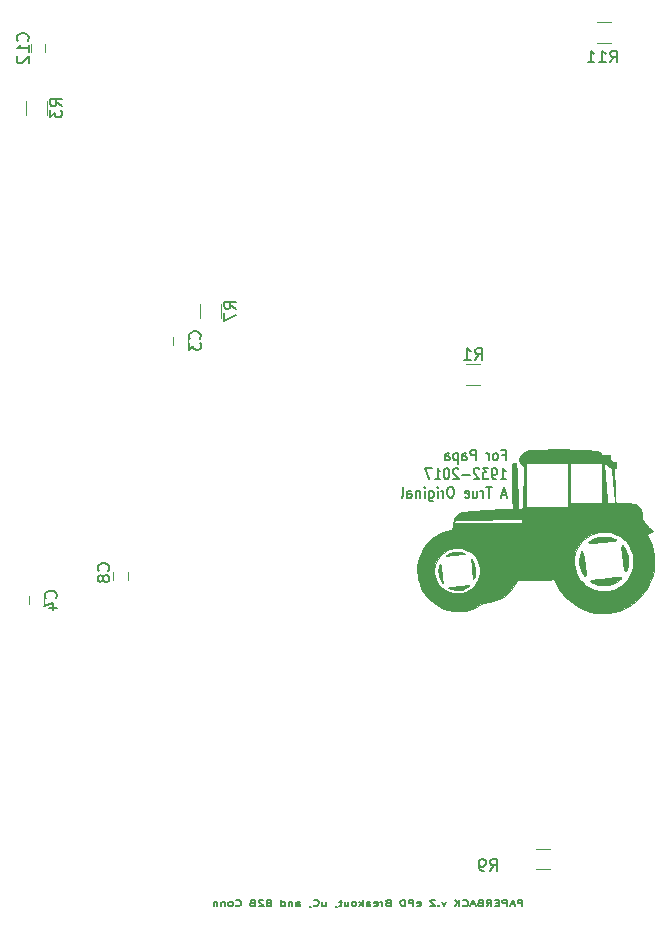
<source format=gbo>
G04 #@! TF.FileFunction,Legend,Bot*
%FSLAX46Y46*%
G04 Gerber Fmt 4.6, Leading zero omitted, Abs format (unit mm)*
G04 Created by KiCad (PCBNEW 4.0.6) date Sunday, June 18, 2017 'PMt' 11:18:17 PM*
%MOMM*%
%LPD*%
G01*
G04 APERTURE LIST*
%ADD10C,0.100000*%
%ADD11C,0.137500*%
%ADD12C,0.200000*%
%ADD13C,0.120000*%
%ADD14C,0.010000*%
%ADD15C,0.150000*%
G04 APERTURE END LIST*
D10*
D11*
X92441663Y-148838810D02*
X92441663Y-148288810D01*
X92174997Y-148288810D01*
X92108330Y-148315000D01*
X92074997Y-148341190D01*
X92041663Y-148393571D01*
X92041663Y-148472143D01*
X92074997Y-148524524D01*
X92108330Y-148550714D01*
X92174997Y-148576905D01*
X92441663Y-148576905D01*
X91774997Y-148681667D02*
X91441663Y-148681667D01*
X91841663Y-148838810D02*
X91608330Y-148288810D01*
X91374997Y-148838810D01*
X91141663Y-148838810D02*
X91141663Y-148288810D01*
X90874997Y-148288810D01*
X90808330Y-148315000D01*
X90774997Y-148341190D01*
X90741663Y-148393571D01*
X90741663Y-148472143D01*
X90774997Y-148524524D01*
X90808330Y-148550714D01*
X90874997Y-148576905D01*
X91141663Y-148576905D01*
X90441663Y-148550714D02*
X90208330Y-148550714D01*
X90108330Y-148838810D02*
X90441663Y-148838810D01*
X90441663Y-148288810D01*
X90108330Y-148288810D01*
X89408330Y-148838810D02*
X89641664Y-148576905D01*
X89808330Y-148838810D02*
X89808330Y-148288810D01*
X89541664Y-148288810D01*
X89474997Y-148315000D01*
X89441664Y-148341190D01*
X89408330Y-148393571D01*
X89408330Y-148472143D01*
X89441664Y-148524524D01*
X89474997Y-148550714D01*
X89541664Y-148576905D01*
X89808330Y-148576905D01*
X88874997Y-148550714D02*
X88774997Y-148576905D01*
X88741664Y-148603095D01*
X88708330Y-148655476D01*
X88708330Y-148734048D01*
X88741664Y-148786429D01*
X88774997Y-148812619D01*
X88841664Y-148838810D01*
X89108330Y-148838810D01*
X89108330Y-148288810D01*
X88874997Y-148288810D01*
X88808330Y-148315000D01*
X88774997Y-148341190D01*
X88741664Y-148393571D01*
X88741664Y-148445952D01*
X88774997Y-148498333D01*
X88808330Y-148524524D01*
X88874997Y-148550714D01*
X89108330Y-148550714D01*
X88441664Y-148681667D02*
X88108330Y-148681667D01*
X88508330Y-148838810D02*
X88274997Y-148288810D01*
X88041664Y-148838810D01*
X87408330Y-148786429D02*
X87441664Y-148812619D01*
X87541664Y-148838810D01*
X87608330Y-148838810D01*
X87708330Y-148812619D01*
X87774997Y-148760238D01*
X87808330Y-148707857D01*
X87841664Y-148603095D01*
X87841664Y-148524524D01*
X87808330Y-148419762D01*
X87774997Y-148367381D01*
X87708330Y-148315000D01*
X87608330Y-148288810D01*
X87541664Y-148288810D01*
X87441664Y-148315000D01*
X87408330Y-148341190D01*
X87108330Y-148838810D02*
X87108330Y-148288810D01*
X86708330Y-148838810D02*
X87008330Y-148524524D01*
X86708330Y-148288810D02*
X87108330Y-148603095D01*
X85941664Y-148472143D02*
X85774997Y-148838810D01*
X85608331Y-148472143D01*
X85341664Y-148786429D02*
X85308331Y-148812619D01*
X85341664Y-148838810D01*
X85374998Y-148812619D01*
X85341664Y-148786429D01*
X85341664Y-148838810D01*
X85041665Y-148341190D02*
X85008331Y-148315000D01*
X84941665Y-148288810D01*
X84774998Y-148288810D01*
X84708331Y-148315000D01*
X84674998Y-148341190D01*
X84641665Y-148393571D01*
X84641665Y-148445952D01*
X84674998Y-148524524D01*
X85074998Y-148838810D01*
X84641665Y-148838810D01*
X83541665Y-148812619D02*
X83608331Y-148838810D01*
X83741665Y-148838810D01*
X83808331Y-148812619D01*
X83841665Y-148760238D01*
X83841665Y-148550714D01*
X83808331Y-148498333D01*
X83741665Y-148472143D01*
X83608331Y-148472143D01*
X83541665Y-148498333D01*
X83508331Y-148550714D01*
X83508331Y-148603095D01*
X83841665Y-148655476D01*
X83208331Y-148838810D02*
X83208331Y-148288810D01*
X82941665Y-148288810D01*
X82874998Y-148315000D01*
X82841665Y-148341190D01*
X82808331Y-148393571D01*
X82808331Y-148472143D01*
X82841665Y-148524524D01*
X82874998Y-148550714D01*
X82941665Y-148576905D01*
X83208331Y-148576905D01*
X82508331Y-148838810D02*
X82508331Y-148288810D01*
X82341665Y-148288810D01*
X82241665Y-148315000D01*
X82174998Y-148367381D01*
X82141665Y-148419762D01*
X82108331Y-148524524D01*
X82108331Y-148603095D01*
X82141665Y-148707857D01*
X82174998Y-148760238D01*
X82241665Y-148812619D01*
X82341665Y-148838810D01*
X82508331Y-148838810D01*
X81041665Y-148550714D02*
X80941665Y-148576905D01*
X80908332Y-148603095D01*
X80874998Y-148655476D01*
X80874998Y-148734048D01*
X80908332Y-148786429D01*
X80941665Y-148812619D01*
X81008332Y-148838810D01*
X81274998Y-148838810D01*
X81274998Y-148288810D01*
X81041665Y-148288810D01*
X80974998Y-148315000D01*
X80941665Y-148341190D01*
X80908332Y-148393571D01*
X80908332Y-148445952D01*
X80941665Y-148498333D01*
X80974998Y-148524524D01*
X81041665Y-148550714D01*
X81274998Y-148550714D01*
X80574998Y-148838810D02*
X80574998Y-148472143D01*
X80574998Y-148576905D02*
X80541665Y-148524524D01*
X80508332Y-148498333D01*
X80441665Y-148472143D01*
X80374998Y-148472143D01*
X79874999Y-148812619D02*
X79941665Y-148838810D01*
X80074999Y-148838810D01*
X80141665Y-148812619D01*
X80174999Y-148760238D01*
X80174999Y-148550714D01*
X80141665Y-148498333D01*
X80074999Y-148472143D01*
X79941665Y-148472143D01*
X79874999Y-148498333D01*
X79841665Y-148550714D01*
X79841665Y-148603095D01*
X80174999Y-148655476D01*
X79241665Y-148838810D02*
X79241665Y-148550714D01*
X79274999Y-148498333D01*
X79341665Y-148472143D01*
X79474999Y-148472143D01*
X79541665Y-148498333D01*
X79241665Y-148812619D02*
X79308332Y-148838810D01*
X79474999Y-148838810D01*
X79541665Y-148812619D01*
X79574999Y-148760238D01*
X79574999Y-148707857D01*
X79541665Y-148655476D01*
X79474999Y-148629286D01*
X79308332Y-148629286D01*
X79241665Y-148603095D01*
X78908332Y-148838810D02*
X78908332Y-148288810D01*
X78841666Y-148629286D02*
X78641666Y-148838810D01*
X78641666Y-148472143D02*
X78908332Y-148681667D01*
X78241665Y-148838810D02*
X78308332Y-148812619D01*
X78341665Y-148786429D01*
X78374999Y-148734048D01*
X78374999Y-148576905D01*
X78341665Y-148524524D01*
X78308332Y-148498333D01*
X78241665Y-148472143D01*
X78141665Y-148472143D01*
X78074999Y-148498333D01*
X78041665Y-148524524D01*
X78008332Y-148576905D01*
X78008332Y-148734048D01*
X78041665Y-148786429D01*
X78074999Y-148812619D01*
X78141665Y-148838810D01*
X78241665Y-148838810D01*
X77408332Y-148472143D02*
X77408332Y-148838810D01*
X77708332Y-148472143D02*
X77708332Y-148760238D01*
X77674999Y-148812619D01*
X77608332Y-148838810D01*
X77508332Y-148838810D01*
X77441666Y-148812619D01*
X77408332Y-148786429D01*
X77174999Y-148472143D02*
X76908333Y-148472143D01*
X77074999Y-148288810D02*
X77074999Y-148760238D01*
X77041666Y-148812619D01*
X76974999Y-148838810D01*
X76908333Y-148838810D01*
X76641666Y-148812619D02*
X76641666Y-148838810D01*
X76674999Y-148891190D01*
X76708333Y-148917381D01*
X75508333Y-148472143D02*
X75508333Y-148838810D01*
X75808333Y-148472143D02*
X75808333Y-148760238D01*
X75775000Y-148812619D01*
X75708333Y-148838810D01*
X75608333Y-148838810D01*
X75541667Y-148812619D01*
X75508333Y-148786429D01*
X74775000Y-148786429D02*
X74808334Y-148812619D01*
X74908334Y-148838810D01*
X74975000Y-148838810D01*
X75075000Y-148812619D01*
X75141667Y-148760238D01*
X75175000Y-148707857D01*
X75208334Y-148603095D01*
X75208334Y-148524524D01*
X75175000Y-148419762D01*
X75141667Y-148367381D01*
X75075000Y-148315000D01*
X74975000Y-148288810D01*
X74908334Y-148288810D01*
X74808334Y-148315000D01*
X74775000Y-148341190D01*
X74441667Y-148812619D02*
X74441667Y-148838810D01*
X74475000Y-148891190D01*
X74508334Y-148917381D01*
X73308334Y-148838810D02*
X73308334Y-148550714D01*
X73341668Y-148498333D01*
X73408334Y-148472143D01*
X73541668Y-148472143D01*
X73608334Y-148498333D01*
X73308334Y-148812619D02*
X73375001Y-148838810D01*
X73541668Y-148838810D01*
X73608334Y-148812619D01*
X73641668Y-148760238D01*
X73641668Y-148707857D01*
X73608334Y-148655476D01*
X73541668Y-148629286D01*
X73375001Y-148629286D01*
X73308334Y-148603095D01*
X72975001Y-148472143D02*
X72975001Y-148838810D01*
X72975001Y-148524524D02*
X72941668Y-148498333D01*
X72875001Y-148472143D01*
X72775001Y-148472143D01*
X72708335Y-148498333D01*
X72675001Y-148550714D01*
X72675001Y-148838810D01*
X72041668Y-148838810D02*
X72041668Y-148288810D01*
X72041668Y-148812619D02*
X72108335Y-148838810D01*
X72241668Y-148838810D01*
X72308335Y-148812619D01*
X72341668Y-148786429D01*
X72375002Y-148734048D01*
X72375002Y-148576905D01*
X72341668Y-148524524D01*
X72308335Y-148498333D01*
X72241668Y-148472143D01*
X72108335Y-148472143D01*
X72041668Y-148498333D01*
X70941669Y-148550714D02*
X70841669Y-148576905D01*
X70808336Y-148603095D01*
X70775002Y-148655476D01*
X70775002Y-148734048D01*
X70808336Y-148786429D01*
X70841669Y-148812619D01*
X70908336Y-148838810D01*
X71175002Y-148838810D01*
X71175002Y-148288810D01*
X70941669Y-148288810D01*
X70875002Y-148315000D01*
X70841669Y-148341190D01*
X70808336Y-148393571D01*
X70808336Y-148445952D01*
X70841669Y-148498333D01*
X70875002Y-148524524D01*
X70941669Y-148550714D01*
X71175002Y-148550714D01*
X70508336Y-148341190D02*
X70475002Y-148315000D01*
X70408336Y-148288810D01*
X70241669Y-148288810D01*
X70175002Y-148315000D01*
X70141669Y-148341190D01*
X70108336Y-148393571D01*
X70108336Y-148445952D01*
X70141669Y-148524524D01*
X70541669Y-148838810D01*
X70108336Y-148838810D01*
X69575002Y-148550714D02*
X69475002Y-148576905D01*
X69441669Y-148603095D01*
X69408335Y-148655476D01*
X69408335Y-148734048D01*
X69441669Y-148786429D01*
X69475002Y-148812619D01*
X69541669Y-148838810D01*
X69808335Y-148838810D01*
X69808335Y-148288810D01*
X69575002Y-148288810D01*
X69508335Y-148315000D01*
X69475002Y-148341190D01*
X69441669Y-148393571D01*
X69441669Y-148445952D01*
X69475002Y-148498333D01*
X69508335Y-148524524D01*
X69575002Y-148550714D01*
X69808335Y-148550714D01*
X68175002Y-148786429D02*
X68208336Y-148812619D01*
X68308336Y-148838810D01*
X68375002Y-148838810D01*
X68475002Y-148812619D01*
X68541669Y-148760238D01*
X68575002Y-148707857D01*
X68608336Y-148603095D01*
X68608336Y-148524524D01*
X68575002Y-148419762D01*
X68541669Y-148367381D01*
X68475002Y-148315000D01*
X68375002Y-148288810D01*
X68308336Y-148288810D01*
X68208336Y-148315000D01*
X68175002Y-148341190D01*
X67775002Y-148838810D02*
X67841669Y-148812619D01*
X67875002Y-148786429D01*
X67908336Y-148734048D01*
X67908336Y-148576905D01*
X67875002Y-148524524D01*
X67841669Y-148498333D01*
X67775002Y-148472143D01*
X67675002Y-148472143D01*
X67608336Y-148498333D01*
X67575002Y-148524524D01*
X67541669Y-148576905D01*
X67541669Y-148734048D01*
X67575002Y-148786429D01*
X67608336Y-148812619D01*
X67675002Y-148838810D01*
X67775002Y-148838810D01*
X67241669Y-148472143D02*
X67241669Y-148838810D01*
X67241669Y-148524524D02*
X67208336Y-148498333D01*
X67141669Y-148472143D01*
X67041669Y-148472143D01*
X66975003Y-148498333D01*
X66941669Y-148550714D01*
X66941669Y-148838810D01*
X66608336Y-148472143D02*
X66608336Y-148838810D01*
X66608336Y-148524524D02*
X66575003Y-148498333D01*
X66508336Y-148472143D01*
X66408336Y-148472143D01*
X66341670Y-148498333D01*
X66308336Y-148550714D01*
X66308336Y-148838810D01*
D12*
X90742857Y-110624286D02*
X91009524Y-110624286D01*
X91009524Y-111106190D02*
X91009524Y-110186190D01*
X90628571Y-110186190D01*
X90209524Y-111106190D02*
X90285715Y-111062381D01*
X90323810Y-111018571D01*
X90361905Y-110930952D01*
X90361905Y-110668095D01*
X90323810Y-110580476D01*
X90285715Y-110536667D01*
X90209524Y-110492857D01*
X90095238Y-110492857D01*
X90019048Y-110536667D01*
X89980953Y-110580476D01*
X89942857Y-110668095D01*
X89942857Y-110930952D01*
X89980953Y-111018571D01*
X90019048Y-111062381D01*
X90095238Y-111106190D01*
X90209524Y-111106190D01*
X89600000Y-111106190D02*
X89600000Y-110492857D01*
X89600000Y-110668095D02*
X89561905Y-110580476D01*
X89523809Y-110536667D01*
X89447619Y-110492857D01*
X89371428Y-110492857D01*
X88495238Y-111106190D02*
X88495238Y-110186190D01*
X88190476Y-110186190D01*
X88114285Y-110230000D01*
X88076190Y-110273810D01*
X88038095Y-110361429D01*
X88038095Y-110492857D01*
X88076190Y-110580476D01*
X88114285Y-110624286D01*
X88190476Y-110668095D01*
X88495238Y-110668095D01*
X87352381Y-111106190D02*
X87352381Y-110624286D01*
X87390476Y-110536667D01*
X87466666Y-110492857D01*
X87619047Y-110492857D01*
X87695238Y-110536667D01*
X87352381Y-111062381D02*
X87428571Y-111106190D01*
X87619047Y-111106190D01*
X87695238Y-111062381D01*
X87733333Y-110974762D01*
X87733333Y-110887143D01*
X87695238Y-110799524D01*
X87619047Y-110755714D01*
X87428571Y-110755714D01*
X87352381Y-110711905D01*
X86971428Y-110492857D02*
X86971428Y-111412857D01*
X86971428Y-110536667D02*
X86895237Y-110492857D01*
X86742856Y-110492857D01*
X86666666Y-110536667D01*
X86628571Y-110580476D01*
X86590475Y-110668095D01*
X86590475Y-110930952D01*
X86628571Y-111018571D01*
X86666666Y-111062381D01*
X86742856Y-111106190D01*
X86895237Y-111106190D01*
X86971428Y-111062381D01*
X85904761Y-111106190D02*
X85904761Y-110624286D01*
X85942856Y-110536667D01*
X86019046Y-110492857D01*
X86171427Y-110492857D01*
X86247618Y-110536667D01*
X85904761Y-111062381D02*
X85980951Y-111106190D01*
X86171427Y-111106190D01*
X86247618Y-111062381D01*
X86285713Y-110974762D01*
X86285713Y-110887143D01*
X86247618Y-110799524D01*
X86171427Y-110755714D01*
X85980951Y-110755714D01*
X85904761Y-110711905D01*
X90590476Y-112686190D02*
X91047619Y-112686190D01*
X90819048Y-112686190D02*
X90819048Y-111766190D01*
X90895238Y-111897619D01*
X90971429Y-111985238D01*
X91047619Y-112029048D01*
X90209524Y-112686190D02*
X90057143Y-112686190D01*
X89980952Y-112642381D01*
X89942857Y-112598571D01*
X89866666Y-112467143D01*
X89828571Y-112291905D01*
X89828571Y-111941429D01*
X89866666Y-111853810D01*
X89904762Y-111810000D01*
X89980952Y-111766190D01*
X90133333Y-111766190D01*
X90209524Y-111810000D01*
X90247619Y-111853810D01*
X90285714Y-111941429D01*
X90285714Y-112160476D01*
X90247619Y-112248095D01*
X90209524Y-112291905D01*
X90133333Y-112335714D01*
X89980952Y-112335714D01*
X89904762Y-112291905D01*
X89866666Y-112248095D01*
X89828571Y-112160476D01*
X89561904Y-111766190D02*
X89066666Y-111766190D01*
X89333333Y-112116667D01*
X89219047Y-112116667D01*
X89142857Y-112160476D01*
X89104761Y-112204286D01*
X89066666Y-112291905D01*
X89066666Y-112510952D01*
X89104761Y-112598571D01*
X89142857Y-112642381D01*
X89219047Y-112686190D01*
X89447619Y-112686190D01*
X89523809Y-112642381D01*
X89561904Y-112598571D01*
X88761904Y-111853810D02*
X88723809Y-111810000D01*
X88647618Y-111766190D01*
X88457142Y-111766190D01*
X88380952Y-111810000D01*
X88342856Y-111853810D01*
X88304761Y-111941429D01*
X88304761Y-112029048D01*
X88342856Y-112160476D01*
X88799999Y-112686190D01*
X88304761Y-112686190D01*
X87961904Y-112335714D02*
X87352380Y-112335714D01*
X87009523Y-111853810D02*
X86971428Y-111810000D01*
X86895237Y-111766190D01*
X86704761Y-111766190D01*
X86628571Y-111810000D01*
X86590475Y-111853810D01*
X86552380Y-111941429D01*
X86552380Y-112029048D01*
X86590475Y-112160476D01*
X87047618Y-112686190D01*
X86552380Y-112686190D01*
X86057142Y-111766190D02*
X85980951Y-111766190D01*
X85904761Y-111810000D01*
X85866666Y-111853810D01*
X85828570Y-111941429D01*
X85790475Y-112116667D01*
X85790475Y-112335714D01*
X85828570Y-112510952D01*
X85866666Y-112598571D01*
X85904761Y-112642381D01*
X85980951Y-112686190D01*
X86057142Y-112686190D01*
X86133332Y-112642381D01*
X86171428Y-112598571D01*
X86209523Y-112510952D01*
X86247618Y-112335714D01*
X86247618Y-112116667D01*
X86209523Y-111941429D01*
X86171428Y-111853810D01*
X86133332Y-111810000D01*
X86057142Y-111766190D01*
X85028570Y-112686190D02*
X85485713Y-112686190D01*
X85257142Y-112686190D02*
X85257142Y-111766190D01*
X85333332Y-111897619D01*
X85409523Y-111985238D01*
X85485713Y-112029048D01*
X84761903Y-111766190D02*
X84228570Y-111766190D01*
X84571427Y-112686190D01*
X91047619Y-114003333D02*
X90666667Y-114003333D01*
X91123810Y-114266190D02*
X90857143Y-113346190D01*
X90590476Y-114266190D01*
X89828572Y-113346190D02*
X89371429Y-113346190D01*
X89600000Y-114266190D02*
X89600000Y-113346190D01*
X89104762Y-114266190D02*
X89104762Y-113652857D01*
X89104762Y-113828095D02*
X89066667Y-113740476D01*
X89028571Y-113696667D01*
X88952381Y-113652857D01*
X88876190Y-113652857D01*
X88266667Y-113652857D02*
X88266667Y-114266190D01*
X88609524Y-113652857D02*
X88609524Y-114134762D01*
X88571429Y-114222381D01*
X88495238Y-114266190D01*
X88380952Y-114266190D01*
X88304762Y-114222381D01*
X88266667Y-114178571D01*
X87580952Y-114222381D02*
X87657142Y-114266190D01*
X87809523Y-114266190D01*
X87885714Y-114222381D01*
X87923809Y-114134762D01*
X87923809Y-113784286D01*
X87885714Y-113696667D01*
X87809523Y-113652857D01*
X87657142Y-113652857D01*
X87580952Y-113696667D01*
X87542857Y-113784286D01*
X87542857Y-113871905D01*
X87923809Y-113959524D01*
X86438095Y-113346190D02*
X86285714Y-113346190D01*
X86209523Y-113390000D01*
X86133333Y-113477619D01*
X86095238Y-113652857D01*
X86095238Y-113959524D01*
X86133333Y-114134762D01*
X86209523Y-114222381D01*
X86285714Y-114266190D01*
X86438095Y-114266190D01*
X86514285Y-114222381D01*
X86590476Y-114134762D01*
X86628571Y-113959524D01*
X86628571Y-113652857D01*
X86590476Y-113477619D01*
X86514285Y-113390000D01*
X86438095Y-113346190D01*
X85752381Y-114266190D02*
X85752381Y-113652857D01*
X85752381Y-113828095D02*
X85714286Y-113740476D01*
X85676190Y-113696667D01*
X85600000Y-113652857D01*
X85523809Y-113652857D01*
X85257143Y-114266190D02*
X85257143Y-113652857D01*
X85257143Y-113346190D02*
X85295238Y-113390000D01*
X85257143Y-113433810D01*
X85219048Y-113390000D01*
X85257143Y-113346190D01*
X85257143Y-113433810D01*
X84533334Y-113652857D02*
X84533334Y-114397619D01*
X84571429Y-114485238D01*
X84609524Y-114529048D01*
X84685715Y-114572857D01*
X84800000Y-114572857D01*
X84876191Y-114529048D01*
X84533334Y-114222381D02*
X84609524Y-114266190D01*
X84761905Y-114266190D01*
X84838096Y-114222381D01*
X84876191Y-114178571D01*
X84914286Y-114090952D01*
X84914286Y-113828095D01*
X84876191Y-113740476D01*
X84838096Y-113696667D01*
X84761905Y-113652857D01*
X84609524Y-113652857D01*
X84533334Y-113696667D01*
X84152381Y-114266190D02*
X84152381Y-113652857D01*
X84152381Y-113346190D02*
X84190476Y-113390000D01*
X84152381Y-113433810D01*
X84114286Y-113390000D01*
X84152381Y-113346190D01*
X84152381Y-113433810D01*
X83771429Y-113652857D02*
X83771429Y-114266190D01*
X83771429Y-113740476D02*
X83733334Y-113696667D01*
X83657143Y-113652857D01*
X83542857Y-113652857D01*
X83466667Y-113696667D01*
X83428572Y-113784286D01*
X83428572Y-114266190D01*
X82704762Y-114266190D02*
X82704762Y-113784286D01*
X82742857Y-113696667D01*
X82819047Y-113652857D01*
X82971428Y-113652857D01*
X83047619Y-113696667D01*
X82704762Y-114222381D02*
X82780952Y-114266190D01*
X82971428Y-114266190D01*
X83047619Y-114222381D01*
X83085714Y-114134762D01*
X83085714Y-114047143D01*
X83047619Y-113959524D01*
X82971428Y-113915714D01*
X82780952Y-113915714D01*
X82704762Y-113871905D01*
X82209523Y-114266190D02*
X82285714Y-114222381D01*
X82323809Y-114134762D01*
X82323809Y-113346190D01*
D13*
X64100000Y-101315000D02*
X64100000Y-100615000D01*
X62900000Y-100615000D02*
X62900000Y-101315000D01*
X51908000Y-123286000D02*
X51908000Y-122586000D01*
X50708000Y-122586000D02*
X50708000Y-123286000D01*
X59020000Y-121254000D02*
X59020000Y-120554000D01*
X57820000Y-120554000D02*
X57820000Y-121254000D01*
X50835000Y-75850000D02*
X50835000Y-76550000D01*
X52035000Y-76550000D02*
X52035000Y-75850000D01*
X87690400Y-104715200D02*
X88890400Y-104715200D01*
X88890400Y-102955200D02*
X87690400Y-102955200D01*
X50420000Y-80670000D02*
X50420000Y-81870000D01*
X52180000Y-81870000D02*
X52180000Y-80670000D01*
X65160000Y-97825000D02*
X65160000Y-99025000D01*
X66920000Y-99025000D02*
X66920000Y-97825000D01*
X93550000Y-145730000D02*
X94750000Y-145730000D01*
X94750000Y-143970000D02*
X93550000Y-143970000D01*
X99950000Y-74020000D02*
X98750000Y-74020000D01*
X98750000Y-75780000D02*
X99950000Y-75780000D01*
D14*
G36*
X95250568Y-110176667D02*
X94978290Y-110177936D01*
X94711923Y-110179976D01*
X94456237Y-110182786D01*
X94216005Y-110186361D01*
X93995997Y-110190701D01*
X93800985Y-110195801D01*
X93635741Y-110201658D01*
X93615410Y-110202532D01*
X93428293Y-110211172D01*
X93277854Y-110219156D01*
X93158976Y-110226953D01*
X93066542Y-110235034D01*
X92995436Y-110243870D01*
X92940539Y-110253932D01*
X92896735Y-110265691D01*
X92884541Y-110269778D01*
X92758747Y-110326288D01*
X92618231Y-110410974D01*
X92472523Y-110517954D01*
X92441597Y-110543166D01*
X92389333Y-110593304D01*
X92330501Y-110660284D01*
X92270477Y-110736490D01*
X92214637Y-110814306D01*
X92168358Y-110886115D01*
X92137015Y-110944301D01*
X92125985Y-110981247D01*
X92127846Y-110987655D01*
X92139561Y-111009509D01*
X92154181Y-111050072D01*
X92173683Y-111115739D01*
X92200046Y-111212904D01*
X92214138Y-111266548D01*
X92228800Y-111309736D01*
X92252293Y-111348946D01*
X92291176Y-111391552D01*
X92352006Y-111444932D01*
X92424667Y-111503339D01*
X92611954Y-111651074D01*
X92611954Y-111750616D01*
X92610887Y-111787095D01*
X92607797Y-111861884D01*
X92602854Y-111971542D01*
X92596224Y-112112627D01*
X92588074Y-112281695D01*
X92578574Y-112475305D01*
X92567890Y-112690014D01*
X92556191Y-112922380D01*
X92543644Y-113168961D01*
X92530416Y-113426313D01*
X92528332Y-113466629D01*
X92515051Y-113724115D01*
X92502420Y-113970458D01*
X92490606Y-114202324D01*
X92479775Y-114416380D01*
X92470093Y-114609290D01*
X92461727Y-114777723D01*
X92454843Y-114918343D01*
X92449607Y-115027818D01*
X92446187Y-115102813D01*
X92444747Y-115139996D01*
X92444711Y-115142436D01*
X92444711Y-115201773D01*
X92092887Y-115201773D01*
X92081101Y-115050209D01*
X92078586Y-115004718D01*
X92075042Y-114921107D01*
X92070590Y-114803051D01*
X92065352Y-114654224D01*
X92059449Y-114478301D01*
X92053001Y-114278957D01*
X92046130Y-114059867D01*
X92038957Y-113824705D01*
X92031602Y-113577146D01*
X92024770Y-113341217D01*
X92016316Y-113047602D01*
X92008821Y-112792910D01*
X92002134Y-112574269D01*
X91996109Y-112388805D01*
X91990597Y-112233645D01*
X91985450Y-112105918D01*
X91980520Y-112002748D01*
X91975658Y-111921265D01*
X91970717Y-111858594D01*
X91965547Y-111811864D01*
X91960002Y-111778200D01*
X91953932Y-111754731D01*
X91947190Y-111738583D01*
X91941638Y-111729596D01*
X91918049Y-111680070D01*
X91903612Y-111606316D01*
X91896884Y-111510794D01*
X91890719Y-111346183D01*
X91809807Y-111327108D01*
X91735603Y-111318911D01*
X91668433Y-111337039D01*
X91658244Y-111341726D01*
X91587591Y-111375417D01*
X91587591Y-111543734D01*
X91583038Y-111654350D01*
X91569786Y-111730957D01*
X91558164Y-111758352D01*
X91552877Y-111771285D01*
X91548554Y-111793720D01*
X91545217Y-111828300D01*
X91542888Y-111877670D01*
X91541590Y-111944476D01*
X91541345Y-112031363D01*
X91542174Y-112140975D01*
X91544101Y-112275958D01*
X91547147Y-112438955D01*
X91551335Y-112632613D01*
X91556686Y-112859576D01*
X91563224Y-113122489D01*
X91570971Y-113423996D01*
X91572744Y-113492117D01*
X91579450Y-113753913D01*
X91585605Y-114003516D01*
X91591148Y-114237788D01*
X91596015Y-114453591D01*
X91600143Y-114647787D01*
X91603468Y-114817239D01*
X91605927Y-114958809D01*
X91607458Y-115069359D01*
X91607998Y-115145751D01*
X91607482Y-115184849D01*
X91606913Y-115189419D01*
X91584305Y-115192675D01*
X91525217Y-115197056D01*
X91434959Y-115202284D01*
X91318837Y-115208081D01*
X91182161Y-115214168D01*
X91030238Y-115220266D01*
X90991304Y-115221730D01*
X90652636Y-115235294D01*
X90312671Y-115250823D01*
X89974655Y-115268068D01*
X89641837Y-115286780D01*
X89317463Y-115306711D01*
X89004779Y-115327611D01*
X88707034Y-115349233D01*
X88427473Y-115371327D01*
X88169344Y-115393645D01*
X87935893Y-115415938D01*
X87730369Y-115437957D01*
X87556017Y-115459453D01*
X87416085Y-115480179D01*
X87313819Y-115499885D01*
X87293107Y-115504993D01*
X87129109Y-115562690D01*
X86987010Y-115644791D01*
X86865532Y-115753453D01*
X86763397Y-115890834D01*
X86679325Y-116059093D01*
X86612038Y-116260387D01*
X86560258Y-116496874D01*
X86522706Y-116770713D01*
X86518488Y-116812397D01*
X86505188Y-116949194D01*
X86354826Y-116976507D01*
X86033460Y-117054528D01*
X85712198Y-117170249D01*
X85397775Y-117320088D01*
X85096927Y-117500464D01*
X84816392Y-117707795D01*
X84582602Y-117918699D01*
X84375563Y-118138168D01*
X84200788Y-118354056D01*
X84051109Y-118576675D01*
X83919355Y-118816338D01*
X83838908Y-118988468D01*
X83704693Y-119344027D01*
X83610776Y-119706931D01*
X83556902Y-120074351D01*
X83542815Y-120443458D01*
X83568261Y-120811422D01*
X83632983Y-121175416D01*
X83736727Y-121532609D01*
X83879236Y-121880172D01*
X84060255Y-122215277D01*
X84141803Y-122342828D01*
X84360245Y-122632915D01*
X84608450Y-122896920D01*
X84882868Y-123133136D01*
X85179951Y-123339853D01*
X85496147Y-123515360D01*
X85827907Y-123657950D01*
X86171681Y-123765912D01*
X86523920Y-123837537D01*
X86881073Y-123871116D01*
X87239592Y-123864939D01*
X87293439Y-123860463D01*
X87488779Y-123839407D01*
X87658434Y-123813292D01*
X87818493Y-123778791D01*
X87985047Y-123732579D01*
X88119379Y-123689736D01*
X88397416Y-123583091D01*
X88674982Y-123449802D01*
X88933469Y-123298978D01*
X88979538Y-123268655D01*
X89062923Y-123213520D01*
X89122964Y-123177953D01*
X89170664Y-123157676D01*
X89217023Y-123148413D01*
X89273045Y-123145889D01*
X89295606Y-123145806D01*
X89500049Y-123132370D01*
X89726439Y-123093909D01*
X89965490Y-123033190D01*
X90207915Y-122952982D01*
X90444426Y-122856054D01*
X90665736Y-122745175D01*
X90695134Y-122728606D01*
X90967426Y-122550241D01*
X91224653Y-122337249D01*
X91461071Y-122095762D01*
X91670940Y-121831912D01*
X91848515Y-121551830D01*
X91913765Y-121427421D01*
X91992892Y-121266485D01*
X93384275Y-121260178D01*
X94775657Y-121253872D01*
X94940322Y-121185093D01*
X95015380Y-121154672D01*
X95074025Y-121132659D01*
X95107041Y-121122440D01*
X95110974Y-121122377D01*
X95120869Y-121143235D01*
X95142131Y-121193695D01*
X95170869Y-121264433D01*
X95183333Y-121295682D01*
X95356454Y-121676550D01*
X95563467Y-122035051D01*
X95801966Y-122369570D01*
X96069542Y-122678487D01*
X96363789Y-122960185D01*
X96682299Y-123213047D01*
X97022664Y-123435454D01*
X97382478Y-123625788D01*
X97759333Y-123782433D01*
X98150822Y-123903769D01*
X98554538Y-123988179D01*
X98968072Y-124034046D01*
X99270307Y-124042297D01*
X99400236Y-124039064D01*
X99541117Y-124031939D01*
X99674077Y-124022048D01*
X99761583Y-124012962D01*
X100186414Y-123939656D01*
X100596761Y-123827347D01*
X100991090Y-123676785D01*
X101367870Y-123488717D01*
X101725569Y-123263891D01*
X102062656Y-123003057D01*
X102324436Y-122761004D01*
X102548968Y-122522528D01*
X102743106Y-122284336D01*
X102914929Y-122035017D01*
X103072515Y-121763163D01*
X103177015Y-121556805D01*
X103340721Y-121169562D01*
X103465763Y-120769798D01*
X103552159Y-120360851D01*
X103599930Y-119946060D01*
X103606559Y-119644160D01*
X101837259Y-119644160D01*
X101831450Y-119865750D01*
X101810930Y-120063351D01*
X101773194Y-120252960D01*
X101715737Y-120450577D01*
X101706735Y-120477551D01*
X101647866Y-120630132D01*
X101572227Y-120794220D01*
X101487346Y-120955119D01*
X101400749Y-121098137D01*
X101355354Y-121163531D01*
X101151917Y-121404352D01*
X100918924Y-121618306D01*
X100660979Y-121802524D01*
X100382687Y-121954140D01*
X100088655Y-122070287D01*
X99783487Y-122148098D01*
X99770006Y-122150572D01*
X99622511Y-122169525D01*
X99449773Y-122179534D01*
X99267396Y-122180578D01*
X99090985Y-122172633D01*
X98936146Y-122155679D01*
X98912520Y-122151799D01*
X98600158Y-122076834D01*
X98303619Y-121964909D01*
X98025786Y-121818429D01*
X97769543Y-121639801D01*
X97537772Y-121431429D01*
X97333359Y-121195720D01*
X97159187Y-120935078D01*
X97018139Y-120651910D01*
X96971555Y-120532637D01*
X96948645Y-120454167D01*
X88841570Y-120454167D01*
X88822324Y-120715224D01*
X88767964Y-120972147D01*
X88678354Y-121220930D01*
X88553361Y-121457567D01*
X88392851Y-121678054D01*
X88318829Y-121760664D01*
X88109567Y-121952081D01*
X87877836Y-122110988D01*
X87628302Y-122234867D01*
X87365635Y-122321201D01*
X87225486Y-122350407D01*
X87106474Y-122363500D01*
X86963256Y-122368899D01*
X86812637Y-122366795D01*
X86671424Y-122357379D01*
X86566920Y-122342936D01*
X86288237Y-122269130D01*
X86028943Y-122159333D01*
X85791558Y-122015811D01*
X85578603Y-121840827D01*
X85392597Y-121636647D01*
X85236060Y-121405537D01*
X85111513Y-121149761D01*
X85051857Y-120981070D01*
X85030053Y-120906500D01*
X85014520Y-120841393D01*
X85004172Y-120775886D01*
X84997922Y-120700115D01*
X84994683Y-120604216D01*
X84993369Y-120478326D01*
X84993243Y-120449016D01*
X84993467Y-120312530D01*
X84995881Y-120208273D01*
X85001348Y-120126682D01*
X85010734Y-120058196D01*
X85024902Y-119993254D01*
X85039147Y-119941256D01*
X85139672Y-119663376D01*
X85272304Y-119412239D01*
X85436809Y-119188121D01*
X85632954Y-118991300D01*
X85860502Y-118822053D01*
X86095636Y-118691771D01*
X86247287Y-118624677D01*
X86386598Y-118576487D01*
X86525988Y-118544579D01*
X86677875Y-118526331D01*
X86854680Y-118519122D01*
X86915246Y-118518719D01*
X87043101Y-118519377D01*
X87140146Y-118522360D01*
X87217367Y-118528909D01*
X87285750Y-118540264D01*
X87356281Y-118557666D01*
X87416974Y-118575364D01*
X87660255Y-118661211D01*
X87873096Y-118764197D01*
X88065175Y-118889698D01*
X88227154Y-119025283D01*
X88415777Y-119227039D01*
X88570091Y-119448692D01*
X88689962Y-119686237D01*
X88775255Y-119935667D01*
X88825836Y-120192979D01*
X88841570Y-120454167D01*
X96948645Y-120454167D01*
X96881169Y-120223056D01*
X96830625Y-119909201D01*
X96819132Y-119594693D01*
X96845897Y-119283149D01*
X96910128Y-118978188D01*
X97011032Y-118683429D01*
X97147816Y-118402491D01*
X97319689Y-118138994D01*
X97525857Y-117896554D01*
X97555386Y-117866523D01*
X97796819Y-117653762D01*
X98058862Y-117475977D01*
X98338072Y-117333977D01*
X98631004Y-117228573D01*
X98934213Y-117160575D01*
X99244255Y-117130793D01*
X99557684Y-117140039D01*
X99871055Y-117189121D01*
X100129631Y-117261025D01*
X100425730Y-117381867D01*
X100701104Y-117537433D01*
X100953022Y-117724993D01*
X101178749Y-117941817D01*
X101375554Y-118185174D01*
X101540702Y-118452335D01*
X101671461Y-118740569D01*
X101704878Y-118834652D01*
X101762636Y-119023922D01*
X101801862Y-119194404D01*
X101825364Y-119363267D01*
X101835949Y-119547679D01*
X101837259Y-119644160D01*
X103606559Y-119644160D01*
X103609094Y-119528764D01*
X103579676Y-119112303D01*
X103511692Y-118700015D01*
X103405162Y-118295240D01*
X103260108Y-117901317D01*
X103153652Y-117669664D01*
X103104272Y-117570106D01*
X103061577Y-117484000D01*
X103028971Y-117418213D01*
X103009858Y-117379614D01*
X103006438Y-117372683D01*
X103021271Y-117358368D01*
X103066596Y-117328862D01*
X103135773Y-117288196D01*
X103222163Y-117240400D01*
X103241242Y-117230169D01*
X103330906Y-117181789D01*
X103405494Y-117140493D01*
X103458150Y-117110155D01*
X103482019Y-117094650D01*
X103482735Y-117093676D01*
X103468621Y-117077291D01*
X103429225Y-117035999D01*
X103368969Y-116974318D01*
X103292275Y-116896764D01*
X103203562Y-116807857D01*
X103182372Y-116786725D01*
X103002157Y-116601425D01*
X102855381Y-116437737D01*
X102740739Y-116294019D01*
X102656923Y-116168627D01*
X102602627Y-116059918D01*
X102602189Y-116058795D01*
X92392447Y-116058795D01*
X92385569Y-116215634D01*
X92378691Y-116372472D01*
X91758409Y-116375473D01*
X91626340Y-116376169D01*
X91460375Y-116377137D01*
X91264349Y-116378351D01*
X91042093Y-116379781D01*
X90797440Y-116381400D01*
X90534223Y-116383180D01*
X90256274Y-116385094D01*
X89967427Y-116387114D01*
X89671514Y-116389211D01*
X89372368Y-116391358D01*
X89073822Y-116393528D01*
X88779708Y-116395692D01*
X88493858Y-116397822D01*
X88220107Y-116399891D01*
X87962286Y-116401871D01*
X87724228Y-116403735D01*
X87509765Y-116405453D01*
X87322732Y-116406999D01*
X87166960Y-116408345D01*
X87046282Y-116409463D01*
X86980951Y-116410137D01*
X86845976Y-116411201D01*
X86747669Y-116410706D01*
X86680905Y-116408289D01*
X86640559Y-116403584D01*
X86621506Y-116396227D01*
X86618619Y-116385855D01*
X86619108Y-116384410D01*
X86630585Y-116344360D01*
X86643338Y-116286364D01*
X86644620Y-116279652D01*
X86657843Y-116227762D01*
X86672194Y-116196995D01*
X86674411Y-116195038D01*
X86696660Y-116193431D01*
X86757721Y-116190942D01*
X86854610Y-116187645D01*
X86984339Y-116183614D01*
X87143922Y-116178923D01*
X87330373Y-116173646D01*
X87540705Y-116167857D01*
X87771932Y-116161632D01*
X88021067Y-116155043D01*
X88285123Y-116148165D01*
X88561116Y-116141072D01*
X88846057Y-116133838D01*
X89136960Y-116126537D01*
X89430840Y-116119244D01*
X89724710Y-116112032D01*
X90015582Y-116104977D01*
X90300472Y-116098151D01*
X90576391Y-116091629D01*
X90840355Y-116085485D01*
X91089376Y-116079793D01*
X91320469Y-116074628D01*
X91530646Y-116070064D01*
X91716921Y-116066174D01*
X91876308Y-116063033D01*
X92005820Y-116060715D01*
X92102471Y-116059295D01*
X92160365Y-116058843D01*
X92392447Y-116058795D01*
X102602189Y-116058795D01*
X102600734Y-116055073D01*
X102579747Y-115987120D01*
X102563758Y-115901728D01*
X102551579Y-115790692D01*
X102542312Y-115651238D01*
X102534563Y-115525435D01*
X102525769Y-115432192D01*
X102514415Y-115362261D01*
X102498991Y-115306392D01*
X102477983Y-115255337D01*
X102477371Y-115254036D01*
X102394137Y-115121330D01*
X102278276Y-115007950D01*
X102128556Y-114913241D01*
X101943748Y-114836549D01*
X101722621Y-114777218D01*
X101513596Y-114741098D01*
X101441454Y-114734149D01*
X101336258Y-114728061D01*
X101206761Y-114723137D01*
X101061714Y-114719678D01*
X100909871Y-114717990D01*
X100843545Y-114717885D01*
X100684541Y-114718723D01*
X100562331Y-114719186D01*
X100471944Y-114717038D01*
X100408405Y-114710039D01*
X100366741Y-114695951D01*
X100341979Y-114672534D01*
X100336158Y-114656666D01*
X100284217Y-114656666D01*
X100284217Y-114720950D01*
X99644791Y-114720950D01*
X99486721Y-113001485D01*
X99462534Y-112737802D01*
X99439570Y-112486328D01*
X99418103Y-112250143D01*
X99398410Y-112032324D01*
X99380765Y-111835951D01*
X99365442Y-111664103D01*
X99352718Y-111519860D01*
X99342867Y-111406299D01*
X99336165Y-111326500D01*
X99335164Y-111313378D01*
X99176233Y-111313378D01*
X99176233Y-114721255D01*
X96478945Y-114710497D01*
X96473968Y-113011937D01*
X96468991Y-111313378D01*
X96333106Y-111313378D01*
X96333106Y-115013625D01*
X92758291Y-115013625D01*
X92758291Y-111313378D01*
X96333106Y-111313378D01*
X96468991Y-111313378D01*
X99176233Y-111313378D01*
X99335164Y-111313378D01*
X99332885Y-111283543D01*
X99332644Y-111276729D01*
X99349551Y-111287311D01*
X99394452Y-111319903D01*
X99462390Y-111370785D01*
X99548407Y-111436232D01*
X99647544Y-111512524D01*
X99673196Y-111532388D01*
X99786867Y-111620812D01*
X99871781Y-111688193D01*
X99932344Y-111738953D01*
X99972959Y-111777517D01*
X99998031Y-111808306D01*
X100011964Y-111835744D01*
X100019162Y-111864255D01*
X100021931Y-111882617D01*
X100027021Y-111926278D01*
X100035395Y-112005801D01*
X100046644Y-112116865D01*
X100060358Y-112255149D01*
X100076131Y-112416331D01*
X100093553Y-112596091D01*
X100112215Y-112790107D01*
X100131709Y-112994057D01*
X100151627Y-113203621D01*
X100171560Y-113414477D01*
X100191099Y-113622305D01*
X100209835Y-113822781D01*
X100227361Y-114011586D01*
X100243267Y-114184399D01*
X100257146Y-114336897D01*
X100268587Y-114464759D01*
X100277184Y-114563665D01*
X100282526Y-114629293D01*
X100284217Y-114656666D01*
X100336158Y-114656666D01*
X100329144Y-114637551D01*
X100323263Y-114588762D01*
X100319363Y-114523928D01*
X100316253Y-114480538D01*
X100312570Y-114426061D01*
X100307414Y-114335149D01*
X100301002Y-114212656D01*
X100293551Y-114063436D01*
X100285277Y-113892342D01*
X100276399Y-113704226D01*
X100267131Y-113503942D01*
X100257693Y-113296343D01*
X100248299Y-113086283D01*
X100239167Y-112878614D01*
X100230514Y-112678190D01*
X100222556Y-112489865D01*
X100215511Y-112318490D01*
X100209595Y-112168920D01*
X100205025Y-112046007D01*
X100202019Y-111954606D01*
X100200792Y-111899568D01*
X100200774Y-111895875D01*
X100200595Y-111757137D01*
X100294670Y-111743030D01*
X100388744Y-111728923D01*
X100388744Y-111565574D01*
X100387062Y-111477252D01*
X100382631Y-111396889D01*
X100376372Y-111340597D01*
X100375678Y-111336896D01*
X100363267Y-111294810D01*
X100339494Y-111276182D01*
X100290383Y-111271619D01*
X100278468Y-111271567D01*
X100213586Y-111262623D01*
X100136473Y-111233332D01*
X100042341Y-111182955D01*
X99890358Y-111094343D01*
X99876821Y-110874601D01*
X99869570Y-110763033D01*
X99862757Y-110686900D01*
X99854507Y-110639891D01*
X99842948Y-110615697D01*
X99826204Y-110608005D01*
X99802402Y-110610505D01*
X99798627Y-110611263D01*
X99760910Y-110615660D01*
X99690586Y-110620964D01*
X99596835Y-110626581D01*
X99488832Y-110631920D01*
X99458456Y-110633236D01*
X99165781Y-110645515D01*
X99118337Y-110556113D01*
X99080355Y-110495592D01*
X99033351Y-110444222D01*
X98973571Y-110401005D01*
X98897264Y-110364946D01*
X98800675Y-110335047D01*
X98680052Y-110310313D01*
X98531643Y-110289746D01*
X98351693Y-110272350D01*
X98136451Y-110257129D01*
X97953270Y-110246733D01*
X97792417Y-110237951D01*
X97615062Y-110227723D01*
X97437028Y-110216996D01*
X97274135Y-110206715D01*
X97179772Y-110200442D01*
X97069010Y-110194638D01*
X96921217Y-110189632D01*
X96741163Y-110185419D01*
X96533620Y-110181998D01*
X96303359Y-110179366D01*
X96055153Y-110177520D01*
X95793771Y-110176456D01*
X95523986Y-110176173D01*
X95250568Y-110176667D01*
X95250568Y-110176667D01*
G37*
X95250568Y-110176667D02*
X94978290Y-110177936D01*
X94711923Y-110179976D01*
X94456237Y-110182786D01*
X94216005Y-110186361D01*
X93995997Y-110190701D01*
X93800985Y-110195801D01*
X93635741Y-110201658D01*
X93615410Y-110202532D01*
X93428293Y-110211172D01*
X93277854Y-110219156D01*
X93158976Y-110226953D01*
X93066542Y-110235034D01*
X92995436Y-110243870D01*
X92940539Y-110253932D01*
X92896735Y-110265691D01*
X92884541Y-110269778D01*
X92758747Y-110326288D01*
X92618231Y-110410974D01*
X92472523Y-110517954D01*
X92441597Y-110543166D01*
X92389333Y-110593304D01*
X92330501Y-110660284D01*
X92270477Y-110736490D01*
X92214637Y-110814306D01*
X92168358Y-110886115D01*
X92137015Y-110944301D01*
X92125985Y-110981247D01*
X92127846Y-110987655D01*
X92139561Y-111009509D01*
X92154181Y-111050072D01*
X92173683Y-111115739D01*
X92200046Y-111212904D01*
X92214138Y-111266548D01*
X92228800Y-111309736D01*
X92252293Y-111348946D01*
X92291176Y-111391552D01*
X92352006Y-111444932D01*
X92424667Y-111503339D01*
X92611954Y-111651074D01*
X92611954Y-111750616D01*
X92610887Y-111787095D01*
X92607797Y-111861884D01*
X92602854Y-111971542D01*
X92596224Y-112112627D01*
X92588074Y-112281695D01*
X92578574Y-112475305D01*
X92567890Y-112690014D01*
X92556191Y-112922380D01*
X92543644Y-113168961D01*
X92530416Y-113426313D01*
X92528332Y-113466629D01*
X92515051Y-113724115D01*
X92502420Y-113970458D01*
X92490606Y-114202324D01*
X92479775Y-114416380D01*
X92470093Y-114609290D01*
X92461727Y-114777723D01*
X92454843Y-114918343D01*
X92449607Y-115027818D01*
X92446187Y-115102813D01*
X92444747Y-115139996D01*
X92444711Y-115142436D01*
X92444711Y-115201773D01*
X92092887Y-115201773D01*
X92081101Y-115050209D01*
X92078586Y-115004718D01*
X92075042Y-114921107D01*
X92070590Y-114803051D01*
X92065352Y-114654224D01*
X92059449Y-114478301D01*
X92053001Y-114278957D01*
X92046130Y-114059867D01*
X92038957Y-113824705D01*
X92031602Y-113577146D01*
X92024770Y-113341217D01*
X92016316Y-113047602D01*
X92008821Y-112792910D01*
X92002134Y-112574269D01*
X91996109Y-112388805D01*
X91990597Y-112233645D01*
X91985450Y-112105918D01*
X91980520Y-112002748D01*
X91975658Y-111921265D01*
X91970717Y-111858594D01*
X91965547Y-111811864D01*
X91960002Y-111778200D01*
X91953932Y-111754731D01*
X91947190Y-111738583D01*
X91941638Y-111729596D01*
X91918049Y-111680070D01*
X91903612Y-111606316D01*
X91896884Y-111510794D01*
X91890719Y-111346183D01*
X91809807Y-111327108D01*
X91735603Y-111318911D01*
X91668433Y-111337039D01*
X91658244Y-111341726D01*
X91587591Y-111375417D01*
X91587591Y-111543734D01*
X91583038Y-111654350D01*
X91569786Y-111730957D01*
X91558164Y-111758352D01*
X91552877Y-111771285D01*
X91548554Y-111793720D01*
X91545217Y-111828300D01*
X91542888Y-111877670D01*
X91541590Y-111944476D01*
X91541345Y-112031363D01*
X91542174Y-112140975D01*
X91544101Y-112275958D01*
X91547147Y-112438955D01*
X91551335Y-112632613D01*
X91556686Y-112859576D01*
X91563224Y-113122489D01*
X91570971Y-113423996D01*
X91572744Y-113492117D01*
X91579450Y-113753913D01*
X91585605Y-114003516D01*
X91591148Y-114237788D01*
X91596015Y-114453591D01*
X91600143Y-114647787D01*
X91603468Y-114817239D01*
X91605927Y-114958809D01*
X91607458Y-115069359D01*
X91607998Y-115145751D01*
X91607482Y-115184849D01*
X91606913Y-115189419D01*
X91584305Y-115192675D01*
X91525217Y-115197056D01*
X91434959Y-115202284D01*
X91318837Y-115208081D01*
X91182161Y-115214168D01*
X91030238Y-115220266D01*
X90991304Y-115221730D01*
X90652636Y-115235294D01*
X90312671Y-115250823D01*
X89974655Y-115268068D01*
X89641837Y-115286780D01*
X89317463Y-115306711D01*
X89004779Y-115327611D01*
X88707034Y-115349233D01*
X88427473Y-115371327D01*
X88169344Y-115393645D01*
X87935893Y-115415938D01*
X87730369Y-115437957D01*
X87556017Y-115459453D01*
X87416085Y-115480179D01*
X87313819Y-115499885D01*
X87293107Y-115504993D01*
X87129109Y-115562690D01*
X86987010Y-115644791D01*
X86865532Y-115753453D01*
X86763397Y-115890834D01*
X86679325Y-116059093D01*
X86612038Y-116260387D01*
X86560258Y-116496874D01*
X86522706Y-116770713D01*
X86518488Y-116812397D01*
X86505188Y-116949194D01*
X86354826Y-116976507D01*
X86033460Y-117054528D01*
X85712198Y-117170249D01*
X85397775Y-117320088D01*
X85096927Y-117500464D01*
X84816392Y-117707795D01*
X84582602Y-117918699D01*
X84375563Y-118138168D01*
X84200788Y-118354056D01*
X84051109Y-118576675D01*
X83919355Y-118816338D01*
X83838908Y-118988468D01*
X83704693Y-119344027D01*
X83610776Y-119706931D01*
X83556902Y-120074351D01*
X83542815Y-120443458D01*
X83568261Y-120811422D01*
X83632983Y-121175416D01*
X83736727Y-121532609D01*
X83879236Y-121880172D01*
X84060255Y-122215277D01*
X84141803Y-122342828D01*
X84360245Y-122632915D01*
X84608450Y-122896920D01*
X84882868Y-123133136D01*
X85179951Y-123339853D01*
X85496147Y-123515360D01*
X85827907Y-123657950D01*
X86171681Y-123765912D01*
X86523920Y-123837537D01*
X86881073Y-123871116D01*
X87239592Y-123864939D01*
X87293439Y-123860463D01*
X87488779Y-123839407D01*
X87658434Y-123813292D01*
X87818493Y-123778791D01*
X87985047Y-123732579D01*
X88119379Y-123689736D01*
X88397416Y-123583091D01*
X88674982Y-123449802D01*
X88933469Y-123298978D01*
X88979538Y-123268655D01*
X89062923Y-123213520D01*
X89122964Y-123177953D01*
X89170664Y-123157676D01*
X89217023Y-123148413D01*
X89273045Y-123145889D01*
X89295606Y-123145806D01*
X89500049Y-123132370D01*
X89726439Y-123093909D01*
X89965490Y-123033190D01*
X90207915Y-122952982D01*
X90444426Y-122856054D01*
X90665736Y-122745175D01*
X90695134Y-122728606D01*
X90967426Y-122550241D01*
X91224653Y-122337249D01*
X91461071Y-122095762D01*
X91670940Y-121831912D01*
X91848515Y-121551830D01*
X91913765Y-121427421D01*
X91992892Y-121266485D01*
X93384275Y-121260178D01*
X94775657Y-121253872D01*
X94940322Y-121185093D01*
X95015380Y-121154672D01*
X95074025Y-121132659D01*
X95107041Y-121122440D01*
X95110974Y-121122377D01*
X95120869Y-121143235D01*
X95142131Y-121193695D01*
X95170869Y-121264433D01*
X95183333Y-121295682D01*
X95356454Y-121676550D01*
X95563467Y-122035051D01*
X95801966Y-122369570D01*
X96069542Y-122678487D01*
X96363789Y-122960185D01*
X96682299Y-123213047D01*
X97022664Y-123435454D01*
X97382478Y-123625788D01*
X97759333Y-123782433D01*
X98150822Y-123903769D01*
X98554538Y-123988179D01*
X98968072Y-124034046D01*
X99270307Y-124042297D01*
X99400236Y-124039064D01*
X99541117Y-124031939D01*
X99674077Y-124022048D01*
X99761583Y-124012962D01*
X100186414Y-123939656D01*
X100596761Y-123827347D01*
X100991090Y-123676785D01*
X101367870Y-123488717D01*
X101725569Y-123263891D01*
X102062656Y-123003057D01*
X102324436Y-122761004D01*
X102548968Y-122522528D01*
X102743106Y-122284336D01*
X102914929Y-122035017D01*
X103072515Y-121763163D01*
X103177015Y-121556805D01*
X103340721Y-121169562D01*
X103465763Y-120769798D01*
X103552159Y-120360851D01*
X103599930Y-119946060D01*
X103606559Y-119644160D01*
X101837259Y-119644160D01*
X101831450Y-119865750D01*
X101810930Y-120063351D01*
X101773194Y-120252960D01*
X101715737Y-120450577D01*
X101706735Y-120477551D01*
X101647866Y-120630132D01*
X101572227Y-120794220D01*
X101487346Y-120955119D01*
X101400749Y-121098137D01*
X101355354Y-121163531D01*
X101151917Y-121404352D01*
X100918924Y-121618306D01*
X100660979Y-121802524D01*
X100382687Y-121954140D01*
X100088655Y-122070287D01*
X99783487Y-122148098D01*
X99770006Y-122150572D01*
X99622511Y-122169525D01*
X99449773Y-122179534D01*
X99267396Y-122180578D01*
X99090985Y-122172633D01*
X98936146Y-122155679D01*
X98912520Y-122151799D01*
X98600158Y-122076834D01*
X98303619Y-121964909D01*
X98025786Y-121818429D01*
X97769543Y-121639801D01*
X97537772Y-121431429D01*
X97333359Y-121195720D01*
X97159187Y-120935078D01*
X97018139Y-120651910D01*
X96971555Y-120532637D01*
X96948645Y-120454167D01*
X88841570Y-120454167D01*
X88822324Y-120715224D01*
X88767964Y-120972147D01*
X88678354Y-121220930D01*
X88553361Y-121457567D01*
X88392851Y-121678054D01*
X88318829Y-121760664D01*
X88109567Y-121952081D01*
X87877836Y-122110988D01*
X87628302Y-122234867D01*
X87365635Y-122321201D01*
X87225486Y-122350407D01*
X87106474Y-122363500D01*
X86963256Y-122368899D01*
X86812637Y-122366795D01*
X86671424Y-122357379D01*
X86566920Y-122342936D01*
X86288237Y-122269130D01*
X86028943Y-122159333D01*
X85791558Y-122015811D01*
X85578603Y-121840827D01*
X85392597Y-121636647D01*
X85236060Y-121405537D01*
X85111513Y-121149761D01*
X85051857Y-120981070D01*
X85030053Y-120906500D01*
X85014520Y-120841393D01*
X85004172Y-120775886D01*
X84997922Y-120700115D01*
X84994683Y-120604216D01*
X84993369Y-120478326D01*
X84993243Y-120449016D01*
X84993467Y-120312530D01*
X84995881Y-120208273D01*
X85001348Y-120126682D01*
X85010734Y-120058196D01*
X85024902Y-119993254D01*
X85039147Y-119941256D01*
X85139672Y-119663376D01*
X85272304Y-119412239D01*
X85436809Y-119188121D01*
X85632954Y-118991300D01*
X85860502Y-118822053D01*
X86095636Y-118691771D01*
X86247287Y-118624677D01*
X86386598Y-118576487D01*
X86525988Y-118544579D01*
X86677875Y-118526331D01*
X86854680Y-118519122D01*
X86915246Y-118518719D01*
X87043101Y-118519377D01*
X87140146Y-118522360D01*
X87217367Y-118528909D01*
X87285750Y-118540264D01*
X87356281Y-118557666D01*
X87416974Y-118575364D01*
X87660255Y-118661211D01*
X87873096Y-118764197D01*
X88065175Y-118889698D01*
X88227154Y-119025283D01*
X88415777Y-119227039D01*
X88570091Y-119448692D01*
X88689962Y-119686237D01*
X88775255Y-119935667D01*
X88825836Y-120192979D01*
X88841570Y-120454167D01*
X96948645Y-120454167D01*
X96881169Y-120223056D01*
X96830625Y-119909201D01*
X96819132Y-119594693D01*
X96845897Y-119283149D01*
X96910128Y-118978188D01*
X97011032Y-118683429D01*
X97147816Y-118402491D01*
X97319689Y-118138994D01*
X97525857Y-117896554D01*
X97555386Y-117866523D01*
X97796819Y-117653762D01*
X98058862Y-117475977D01*
X98338072Y-117333977D01*
X98631004Y-117228573D01*
X98934213Y-117160575D01*
X99244255Y-117130793D01*
X99557684Y-117140039D01*
X99871055Y-117189121D01*
X100129631Y-117261025D01*
X100425730Y-117381867D01*
X100701104Y-117537433D01*
X100953022Y-117724993D01*
X101178749Y-117941817D01*
X101375554Y-118185174D01*
X101540702Y-118452335D01*
X101671461Y-118740569D01*
X101704878Y-118834652D01*
X101762636Y-119023922D01*
X101801862Y-119194404D01*
X101825364Y-119363267D01*
X101835949Y-119547679D01*
X101837259Y-119644160D01*
X103606559Y-119644160D01*
X103609094Y-119528764D01*
X103579676Y-119112303D01*
X103511692Y-118700015D01*
X103405162Y-118295240D01*
X103260108Y-117901317D01*
X103153652Y-117669664D01*
X103104272Y-117570106D01*
X103061577Y-117484000D01*
X103028971Y-117418213D01*
X103009858Y-117379614D01*
X103006438Y-117372683D01*
X103021271Y-117358368D01*
X103066596Y-117328862D01*
X103135773Y-117288196D01*
X103222163Y-117240400D01*
X103241242Y-117230169D01*
X103330906Y-117181789D01*
X103405494Y-117140493D01*
X103458150Y-117110155D01*
X103482019Y-117094650D01*
X103482735Y-117093676D01*
X103468621Y-117077291D01*
X103429225Y-117035999D01*
X103368969Y-116974318D01*
X103292275Y-116896764D01*
X103203562Y-116807857D01*
X103182372Y-116786725D01*
X103002157Y-116601425D01*
X102855381Y-116437737D01*
X102740739Y-116294019D01*
X102656923Y-116168627D01*
X102602627Y-116059918D01*
X102602189Y-116058795D01*
X92392447Y-116058795D01*
X92385569Y-116215634D01*
X92378691Y-116372472D01*
X91758409Y-116375473D01*
X91626340Y-116376169D01*
X91460375Y-116377137D01*
X91264349Y-116378351D01*
X91042093Y-116379781D01*
X90797440Y-116381400D01*
X90534223Y-116383180D01*
X90256274Y-116385094D01*
X89967427Y-116387114D01*
X89671514Y-116389211D01*
X89372368Y-116391358D01*
X89073822Y-116393528D01*
X88779708Y-116395692D01*
X88493858Y-116397822D01*
X88220107Y-116399891D01*
X87962286Y-116401871D01*
X87724228Y-116403735D01*
X87509765Y-116405453D01*
X87322732Y-116406999D01*
X87166960Y-116408345D01*
X87046282Y-116409463D01*
X86980951Y-116410137D01*
X86845976Y-116411201D01*
X86747669Y-116410706D01*
X86680905Y-116408289D01*
X86640559Y-116403584D01*
X86621506Y-116396227D01*
X86618619Y-116385855D01*
X86619108Y-116384410D01*
X86630585Y-116344360D01*
X86643338Y-116286364D01*
X86644620Y-116279652D01*
X86657843Y-116227762D01*
X86672194Y-116196995D01*
X86674411Y-116195038D01*
X86696660Y-116193431D01*
X86757721Y-116190942D01*
X86854610Y-116187645D01*
X86984339Y-116183614D01*
X87143922Y-116178923D01*
X87330373Y-116173646D01*
X87540705Y-116167857D01*
X87771932Y-116161632D01*
X88021067Y-116155043D01*
X88285123Y-116148165D01*
X88561116Y-116141072D01*
X88846057Y-116133838D01*
X89136960Y-116126537D01*
X89430840Y-116119244D01*
X89724710Y-116112032D01*
X90015582Y-116104977D01*
X90300472Y-116098151D01*
X90576391Y-116091629D01*
X90840355Y-116085485D01*
X91089376Y-116079793D01*
X91320469Y-116074628D01*
X91530646Y-116070064D01*
X91716921Y-116066174D01*
X91876308Y-116063033D01*
X92005820Y-116060715D01*
X92102471Y-116059295D01*
X92160365Y-116058843D01*
X92392447Y-116058795D01*
X102602189Y-116058795D01*
X102600734Y-116055073D01*
X102579747Y-115987120D01*
X102563758Y-115901728D01*
X102551579Y-115790692D01*
X102542312Y-115651238D01*
X102534563Y-115525435D01*
X102525769Y-115432192D01*
X102514415Y-115362261D01*
X102498991Y-115306392D01*
X102477983Y-115255337D01*
X102477371Y-115254036D01*
X102394137Y-115121330D01*
X102278276Y-115007950D01*
X102128556Y-114913241D01*
X101943748Y-114836549D01*
X101722621Y-114777218D01*
X101513596Y-114741098D01*
X101441454Y-114734149D01*
X101336258Y-114728061D01*
X101206761Y-114723137D01*
X101061714Y-114719678D01*
X100909871Y-114717990D01*
X100843545Y-114717885D01*
X100684541Y-114718723D01*
X100562331Y-114719186D01*
X100471944Y-114717038D01*
X100408405Y-114710039D01*
X100366741Y-114695951D01*
X100341979Y-114672534D01*
X100336158Y-114656666D01*
X100284217Y-114656666D01*
X100284217Y-114720950D01*
X99644791Y-114720950D01*
X99486721Y-113001485D01*
X99462534Y-112737802D01*
X99439570Y-112486328D01*
X99418103Y-112250143D01*
X99398410Y-112032324D01*
X99380765Y-111835951D01*
X99365442Y-111664103D01*
X99352718Y-111519860D01*
X99342867Y-111406299D01*
X99336165Y-111326500D01*
X99335164Y-111313378D01*
X99176233Y-111313378D01*
X99176233Y-114721255D01*
X96478945Y-114710497D01*
X96473968Y-113011937D01*
X96468991Y-111313378D01*
X96333106Y-111313378D01*
X96333106Y-115013625D01*
X92758291Y-115013625D01*
X92758291Y-111313378D01*
X96333106Y-111313378D01*
X96468991Y-111313378D01*
X99176233Y-111313378D01*
X99335164Y-111313378D01*
X99332885Y-111283543D01*
X99332644Y-111276729D01*
X99349551Y-111287311D01*
X99394452Y-111319903D01*
X99462390Y-111370785D01*
X99548407Y-111436232D01*
X99647544Y-111512524D01*
X99673196Y-111532388D01*
X99786867Y-111620812D01*
X99871781Y-111688193D01*
X99932344Y-111738953D01*
X99972959Y-111777517D01*
X99998031Y-111808306D01*
X100011964Y-111835744D01*
X100019162Y-111864255D01*
X100021931Y-111882617D01*
X100027021Y-111926278D01*
X100035395Y-112005801D01*
X100046644Y-112116865D01*
X100060358Y-112255149D01*
X100076131Y-112416331D01*
X100093553Y-112596091D01*
X100112215Y-112790107D01*
X100131709Y-112994057D01*
X100151627Y-113203621D01*
X100171560Y-113414477D01*
X100191099Y-113622305D01*
X100209835Y-113822781D01*
X100227361Y-114011586D01*
X100243267Y-114184399D01*
X100257146Y-114336897D01*
X100268587Y-114464759D01*
X100277184Y-114563665D01*
X100282526Y-114629293D01*
X100284217Y-114656666D01*
X100336158Y-114656666D01*
X100329144Y-114637551D01*
X100323263Y-114588762D01*
X100319363Y-114523928D01*
X100316253Y-114480538D01*
X100312570Y-114426061D01*
X100307414Y-114335149D01*
X100301002Y-114212656D01*
X100293551Y-114063436D01*
X100285277Y-113892342D01*
X100276399Y-113704226D01*
X100267131Y-113503942D01*
X100257693Y-113296343D01*
X100248299Y-113086283D01*
X100239167Y-112878614D01*
X100230514Y-112678190D01*
X100222556Y-112489865D01*
X100215511Y-112318490D01*
X100209595Y-112168920D01*
X100205025Y-112046007D01*
X100202019Y-111954606D01*
X100200792Y-111899568D01*
X100200774Y-111895875D01*
X100200595Y-111757137D01*
X100294670Y-111743030D01*
X100388744Y-111728923D01*
X100388744Y-111565574D01*
X100387062Y-111477252D01*
X100382631Y-111396889D01*
X100376372Y-111340597D01*
X100375678Y-111336896D01*
X100363267Y-111294810D01*
X100339494Y-111276182D01*
X100290383Y-111271619D01*
X100278468Y-111271567D01*
X100213586Y-111262623D01*
X100136473Y-111233332D01*
X100042341Y-111182955D01*
X99890358Y-111094343D01*
X99876821Y-110874601D01*
X99869570Y-110763033D01*
X99862757Y-110686900D01*
X99854507Y-110639891D01*
X99842948Y-110615697D01*
X99826204Y-110608005D01*
X99802402Y-110610505D01*
X99798627Y-110611263D01*
X99760910Y-110615660D01*
X99690586Y-110620964D01*
X99596835Y-110626581D01*
X99488832Y-110631920D01*
X99458456Y-110633236D01*
X99165781Y-110645515D01*
X99118337Y-110556113D01*
X99080355Y-110495592D01*
X99033351Y-110444222D01*
X98973571Y-110401005D01*
X98897264Y-110364946D01*
X98800675Y-110335047D01*
X98680052Y-110310313D01*
X98531643Y-110289746D01*
X98351693Y-110272350D01*
X98136451Y-110257129D01*
X97953270Y-110246733D01*
X97792417Y-110237951D01*
X97615062Y-110227723D01*
X97437028Y-110216996D01*
X97274135Y-110206715D01*
X97179772Y-110200442D01*
X97069010Y-110194638D01*
X96921217Y-110189632D01*
X96741163Y-110185419D01*
X96533620Y-110181998D01*
X96303359Y-110179366D01*
X96055153Y-110177520D01*
X95793771Y-110176456D01*
X95523986Y-110176173D01*
X95250568Y-110176667D01*
G36*
X87860736Y-121671119D02*
X87771400Y-121679412D01*
X87656223Y-121690983D01*
X87520352Y-121705246D01*
X87368932Y-121721617D01*
X87207108Y-121739509D01*
X87040026Y-121758337D01*
X86872831Y-121777516D01*
X86710668Y-121796459D01*
X86558683Y-121814582D01*
X86422021Y-121831298D01*
X86305828Y-121846023D01*
X86215249Y-121858170D01*
X86155429Y-121867154D01*
X86131514Y-121872390D01*
X86131295Y-121872693D01*
X86148854Y-121886847D01*
X86195245Y-121912672D01*
X86261037Y-121944986D01*
X86272406Y-121950261D01*
X86498403Y-122032040D01*
X86737139Y-122077135D01*
X86978598Y-122083916D01*
X87055099Y-122077696D01*
X87289078Y-122033590D01*
X87512565Y-121952096D01*
X87572516Y-121923273D01*
X87642215Y-121885094D01*
X87718701Y-121838505D01*
X87794325Y-121788827D01*
X87861440Y-121741379D01*
X87912397Y-121701483D01*
X87939548Y-121674459D01*
X87941309Y-121666711D01*
X87919088Y-121666690D01*
X87860736Y-121671119D01*
X87860736Y-121671119D01*
G37*
X87860736Y-121671119D02*
X87771400Y-121679412D01*
X87656223Y-121690983D01*
X87520352Y-121705246D01*
X87368932Y-121721617D01*
X87207108Y-121739509D01*
X87040026Y-121758337D01*
X86872831Y-121777516D01*
X86710668Y-121796459D01*
X86558683Y-121814582D01*
X86422021Y-121831298D01*
X86305828Y-121846023D01*
X86215249Y-121858170D01*
X86155429Y-121867154D01*
X86131514Y-121872390D01*
X86131295Y-121872693D01*
X86148854Y-121886847D01*
X86195245Y-121912672D01*
X86261037Y-121944986D01*
X86272406Y-121950261D01*
X86498403Y-122032040D01*
X86737139Y-122077135D01*
X86978598Y-122083916D01*
X87055099Y-122077696D01*
X87289078Y-122033590D01*
X87512565Y-121952096D01*
X87572516Y-121923273D01*
X87642215Y-121885094D01*
X87718701Y-121838505D01*
X87794325Y-121788827D01*
X87861440Y-121741379D01*
X87912397Y-121701483D01*
X87939548Y-121674459D01*
X87941309Y-121666711D01*
X87919088Y-121666690D01*
X87860736Y-121671119D01*
G36*
X85454512Y-119842321D02*
X85438066Y-119869802D01*
X85419779Y-119918255D01*
X85401288Y-119977551D01*
X85349381Y-120219134D01*
X85332569Y-120468982D01*
X85350857Y-120716605D01*
X85400922Y-120940814D01*
X85436098Y-121039121D01*
X85484059Y-121151159D01*
X85538584Y-121264169D01*
X85593455Y-121365389D01*
X85642449Y-121442058D01*
X85650326Y-121452472D01*
X85678323Y-121485564D01*
X85689302Y-121486740D01*
X85690855Y-121462925D01*
X85688396Y-121433162D01*
X85681614Y-121366777D01*
X85671052Y-121268678D01*
X85657250Y-121143769D01*
X85640753Y-120996956D01*
X85622101Y-120833145D01*
X85601837Y-120657241D01*
X85601275Y-120652392D01*
X85575115Y-120429618D01*
X85552546Y-120246145D01*
X85532889Y-120099682D01*
X85515464Y-119987937D01*
X85499593Y-119908620D01*
X85484596Y-119859439D01*
X85469796Y-119838103D01*
X85454512Y-119842321D01*
X85454512Y-119842321D01*
G37*
X85454512Y-119842321D02*
X85438066Y-119869802D01*
X85419779Y-119918255D01*
X85401288Y-119977551D01*
X85349381Y-120219134D01*
X85332569Y-120468982D01*
X85350857Y-120716605D01*
X85400922Y-120940814D01*
X85436098Y-121039121D01*
X85484059Y-121151159D01*
X85538584Y-121264169D01*
X85593455Y-121365389D01*
X85642449Y-121442058D01*
X85650326Y-121452472D01*
X85678323Y-121485564D01*
X85689302Y-121486740D01*
X85690855Y-121462925D01*
X85688396Y-121433162D01*
X85681614Y-121366777D01*
X85671052Y-121268678D01*
X85657250Y-121143769D01*
X85640753Y-120996956D01*
X85622101Y-120833145D01*
X85601837Y-120657241D01*
X85601275Y-120652392D01*
X85575115Y-120429618D01*
X85552546Y-120246145D01*
X85532889Y-120099682D01*
X85515464Y-119987937D01*
X85499593Y-119908620D01*
X85484596Y-119859439D01*
X85469796Y-119838103D01*
X85454512Y-119842321D01*
G36*
X88110974Y-119486965D02*
X88114540Y-119547726D01*
X88122443Y-119641038D01*
X88134238Y-119762434D01*
X88149484Y-119907448D01*
X88167739Y-120071613D01*
X88188560Y-120250462D01*
X88197512Y-120325138D01*
X88299643Y-121170250D01*
X88335667Y-121088309D01*
X88406730Y-120878854D01*
X88446708Y-120650655D01*
X88455646Y-120412878D01*
X88433591Y-120174687D01*
X88380588Y-119945249D01*
X88329229Y-119804364D01*
X88286098Y-119710822D01*
X88239794Y-119623200D01*
X88194649Y-119548307D01*
X88154994Y-119492953D01*
X88125164Y-119463949D01*
X88112184Y-119463221D01*
X88110974Y-119486965D01*
X88110974Y-119486965D01*
G37*
X88110974Y-119486965D02*
X88114540Y-119547726D01*
X88122443Y-119641038D01*
X88134238Y-119762434D01*
X88149484Y-119907448D01*
X88167739Y-120071613D01*
X88188560Y-120250462D01*
X88197512Y-120325138D01*
X88299643Y-121170250D01*
X88335667Y-121088309D01*
X88406730Y-120878854D01*
X88446708Y-120650655D01*
X88455646Y-120412878D01*
X88433591Y-120174687D01*
X88380588Y-119945249D01*
X88329229Y-119804364D01*
X88286098Y-119710822D01*
X88239794Y-119623200D01*
X88194649Y-119548307D01*
X88154994Y-119492953D01*
X88125164Y-119463949D01*
X88112184Y-119463221D01*
X88110974Y-119486965D01*
G36*
X86547395Y-118867170D02*
X86315578Y-118944136D01*
X86113968Y-119047027D01*
X86023594Y-119105159D01*
X85966928Y-119149426D01*
X85944776Y-119178581D01*
X85957945Y-119191377D01*
X86007237Y-119186566D01*
X86026768Y-119182106D01*
X86059149Y-119176987D01*
X86127031Y-119168288D01*
X86224322Y-119156669D01*
X86344928Y-119142789D01*
X86482755Y-119127307D01*
X86631711Y-119110883D01*
X86785701Y-119094176D01*
X86938633Y-119077845D01*
X87084412Y-119062550D01*
X87216946Y-119048950D01*
X87330141Y-119037704D01*
X87417904Y-119029472D01*
X87474142Y-119024913D01*
X87484916Y-119024321D01*
X87546256Y-119019360D01*
X87586091Y-119011275D01*
X87594670Y-119005238D01*
X87576220Y-118988956D01*
X87527143Y-118964404D01*
X87456848Y-118935366D01*
X87374745Y-118905621D01*
X87290243Y-118878953D01*
X87258729Y-118870219D01*
X87024009Y-118829433D01*
X86785218Y-118828676D01*
X86547395Y-118867170D01*
X86547395Y-118867170D01*
G37*
X86547395Y-118867170D02*
X86315578Y-118944136D01*
X86113968Y-119047027D01*
X86023594Y-119105159D01*
X85966928Y-119149426D01*
X85944776Y-119178581D01*
X85957945Y-119191377D01*
X86007237Y-119186566D01*
X86026768Y-119182106D01*
X86059149Y-119176987D01*
X86127031Y-119168288D01*
X86224322Y-119156669D01*
X86344928Y-119142789D01*
X86482755Y-119127307D01*
X86631711Y-119110883D01*
X86785701Y-119094176D01*
X86938633Y-119077845D01*
X87084412Y-119062550D01*
X87216946Y-119048950D01*
X87330141Y-119037704D01*
X87417904Y-119029472D01*
X87474142Y-119024913D01*
X87484916Y-119024321D01*
X87546256Y-119019360D01*
X87586091Y-119011275D01*
X87594670Y-119005238D01*
X87576220Y-118988956D01*
X87527143Y-118964404D01*
X87456848Y-118935366D01*
X87374745Y-118905621D01*
X87290243Y-118878953D01*
X87258729Y-118870219D01*
X87024009Y-118829433D01*
X86785218Y-118828676D01*
X86547395Y-118867170D01*
G36*
X100552495Y-120975798D02*
X100481867Y-120980012D01*
X100391171Y-120987158D01*
X100276872Y-120997487D01*
X100135430Y-121011250D01*
X99963309Y-121028700D01*
X99756970Y-121050089D01*
X99512877Y-121075667D01*
X99491891Y-121077873D01*
X99240193Y-121104472D01*
X99026639Y-121127416D01*
X98847768Y-121147173D01*
X98700117Y-121164209D01*
X98580225Y-121178990D01*
X98484628Y-121191985D01*
X98409864Y-121203659D01*
X98352472Y-121214480D01*
X98308988Y-121224914D01*
X98275952Y-121235428D01*
X98253249Y-121244894D01*
X98196754Y-121274057D01*
X98159951Y-121298239D01*
X98151871Y-121308195D01*
X98169335Y-121328372D01*
X98216036Y-121361516D01*
X98283443Y-121402662D01*
X98363022Y-121446847D01*
X98446239Y-121489108D01*
X98521569Y-121523235D01*
X98801056Y-121617706D01*
X99090052Y-121671490D01*
X99388226Y-121684535D01*
X99521172Y-121677444D01*
X99771982Y-121638454D01*
X100025743Y-121564676D01*
X100270738Y-121460474D01*
X100495251Y-121330215D01*
X100543460Y-121296521D01*
X100623176Y-121235811D01*
X100698488Y-121173299D01*
X100762340Y-121115426D01*
X100807673Y-121068634D01*
X100827432Y-121039364D01*
X100827756Y-121037039D01*
X100809660Y-121022339D01*
X100763453Y-121002014D01*
X100728456Y-120989888D01*
X100705096Y-120983221D01*
X100679357Y-120978226D01*
X100647703Y-120975157D01*
X100606595Y-120974263D01*
X100552495Y-120975798D01*
X100552495Y-120975798D01*
G37*
X100552495Y-120975798D02*
X100481867Y-120980012D01*
X100391171Y-120987158D01*
X100276872Y-120997487D01*
X100135430Y-121011250D01*
X99963309Y-121028700D01*
X99756970Y-121050089D01*
X99512877Y-121075667D01*
X99491891Y-121077873D01*
X99240193Y-121104472D01*
X99026639Y-121127416D01*
X98847768Y-121147173D01*
X98700117Y-121164209D01*
X98580225Y-121178990D01*
X98484628Y-121191985D01*
X98409864Y-121203659D01*
X98352472Y-121214480D01*
X98308988Y-121224914D01*
X98275952Y-121235428D01*
X98253249Y-121244894D01*
X98196754Y-121274057D01*
X98159951Y-121298239D01*
X98151871Y-121308195D01*
X98169335Y-121328372D01*
X98216036Y-121361516D01*
X98283443Y-121402662D01*
X98363022Y-121446847D01*
X98446239Y-121489108D01*
X98521569Y-121523235D01*
X98801056Y-121617706D01*
X99090052Y-121671490D01*
X99388226Y-121684535D01*
X99521172Y-121677444D01*
X99771982Y-121638454D01*
X100025743Y-121564676D01*
X100270738Y-121460474D01*
X100495251Y-121330215D01*
X100543460Y-121296521D01*
X100623176Y-121235811D01*
X100698488Y-121173299D01*
X100762340Y-121115426D01*
X100807673Y-121068634D01*
X100827432Y-121039364D01*
X100827756Y-121037039D01*
X100809660Y-121022339D01*
X100763453Y-121002014D01*
X100728456Y-120989888D01*
X100705096Y-120983221D01*
X100679357Y-120978226D01*
X100647703Y-120975157D01*
X100606595Y-120974263D01*
X100552495Y-120975798D01*
G36*
X97423848Y-118795499D02*
X97401990Y-118846528D01*
X97375807Y-118921118D01*
X97347980Y-119010711D01*
X97321184Y-119106752D01*
X97298100Y-119200683D01*
X97283258Y-119273251D01*
X97255154Y-119547603D01*
X97266387Y-119826192D01*
X97315668Y-120103379D01*
X97401706Y-120373528D01*
X97523211Y-120631001D01*
X97634904Y-120809633D01*
X97676595Y-120868839D01*
X97707355Y-120911681D01*
X97720959Y-120929494D01*
X97721114Y-120929580D01*
X97732629Y-120913729D01*
X97758942Y-120874222D01*
X97771317Y-120855227D01*
X97819322Y-120781134D01*
X97703495Y-119847922D01*
X97587667Y-118914711D01*
X97520730Y-118845649D01*
X97477748Y-118804405D01*
X97446212Y-118779712D01*
X97438705Y-118776588D01*
X97423848Y-118795499D01*
X97423848Y-118795499D01*
G37*
X97423848Y-118795499D02*
X97401990Y-118846528D01*
X97375807Y-118921118D01*
X97347980Y-119010711D01*
X97321184Y-119106752D01*
X97298100Y-119200683D01*
X97283258Y-119273251D01*
X97255154Y-119547603D01*
X97266387Y-119826192D01*
X97315668Y-120103379D01*
X97401706Y-120373528D01*
X97523211Y-120631001D01*
X97634904Y-120809633D01*
X97676595Y-120868839D01*
X97707355Y-120911681D01*
X97720959Y-120929494D01*
X97721114Y-120929580D01*
X97732629Y-120913729D01*
X97758942Y-120874222D01*
X97771317Y-120855227D01*
X97819322Y-120781134D01*
X97703495Y-119847922D01*
X97587667Y-118914711D01*
X97520730Y-118845649D01*
X97477748Y-118804405D01*
X97446212Y-118779712D01*
X97438705Y-118776588D01*
X97423848Y-118795499D01*
G36*
X100897984Y-118291605D02*
X100868714Y-118334626D01*
X100845395Y-118374181D01*
X100789865Y-118473460D01*
X101037211Y-120387248D01*
X101104953Y-120448877D01*
X101156380Y-120492610D01*
X101187557Y-120509219D01*
X101206653Y-120502243D01*
X101211809Y-120495189D01*
X101233429Y-120449448D01*
X101261907Y-120374589D01*
X101293485Y-120281937D01*
X101324406Y-120182815D01*
X101350913Y-120088546D01*
X101363069Y-120039313D01*
X101386054Y-119897706D01*
X101398249Y-119730483D01*
X101399663Y-119552420D01*
X101390306Y-119378294D01*
X101370187Y-119222881D01*
X101362521Y-119184242D01*
X101307875Y-118990966D01*
X101228256Y-118787410D01*
X101130780Y-118590098D01*
X101046385Y-118450334D01*
X100996034Y-118376668D01*
X100953553Y-118318235D01*
X100924496Y-118282467D01*
X100915276Y-118274880D01*
X100897984Y-118291605D01*
X100897984Y-118291605D01*
G37*
X100897984Y-118291605D02*
X100868714Y-118334626D01*
X100845395Y-118374181D01*
X100789865Y-118473460D01*
X101037211Y-120387248D01*
X101104953Y-120448877D01*
X101156380Y-120492610D01*
X101187557Y-120509219D01*
X101206653Y-120502243D01*
X101211809Y-120495189D01*
X101233429Y-120449448D01*
X101261907Y-120374589D01*
X101293485Y-120281937D01*
X101324406Y-120182815D01*
X101350913Y-120088546D01*
X101363069Y-120039313D01*
X101386054Y-119897706D01*
X101398249Y-119730483D01*
X101399663Y-119552420D01*
X101390306Y-119378294D01*
X101370187Y-119222881D01*
X101362521Y-119184242D01*
X101307875Y-118990966D01*
X101228256Y-118787410D01*
X101130780Y-118590098D01*
X101046385Y-118450334D01*
X100996034Y-118376668D01*
X100953553Y-118318235D01*
X100924496Y-118282467D01*
X100915276Y-118274880D01*
X100897984Y-118291605D01*
G36*
X99147002Y-117558200D02*
X98989942Y-117570607D01*
X98849523Y-117594383D01*
X98713427Y-117631896D01*
X98569332Y-117685513D01*
X98500144Y-117714850D01*
X98426778Y-117750094D01*
X98341763Y-117795939D01*
X98252705Y-117847632D01*
X98167207Y-117900422D01*
X98092875Y-117949558D01*
X98037313Y-117990288D01*
X98008127Y-118017859D01*
X98005534Y-118023899D01*
X98022510Y-118050587D01*
X98063419Y-118082848D01*
X98113231Y-118111085D01*
X98156919Y-118125701D01*
X98165551Y-118126078D01*
X98201039Y-118122761D01*
X98268038Y-118115615D01*
X98356540Y-118105735D01*
X98444546Y-118095612D01*
X98545426Y-118084242D01*
X98676867Y-118070014D01*
X98831854Y-118053636D01*
X99003370Y-118035819D01*
X99184397Y-118017270D01*
X99367921Y-117998698D01*
X99546923Y-117980812D01*
X99714388Y-117964322D01*
X99863299Y-117949934D01*
X99986639Y-117938360D01*
X100077392Y-117930307D01*
X100096069Y-117928774D01*
X100206475Y-117915448D01*
X100296213Y-117895712D01*
X100358755Y-117871578D01*
X100387571Y-117845057D01*
X100388744Y-117838607D01*
X100370984Y-117823467D01*
X100323746Y-117796507D01*
X100256089Y-117762117D01*
X100177074Y-117724690D01*
X100095761Y-117688618D01*
X100021212Y-117658291D01*
X100001995Y-117651142D01*
X99889482Y-117613725D01*
X99783978Y-117587022D01*
X99674351Y-117569429D01*
X99549474Y-117559345D01*
X99398217Y-117555165D01*
X99333023Y-117554794D01*
X99147002Y-117558200D01*
X99147002Y-117558200D01*
G37*
X99147002Y-117558200D02*
X98989942Y-117570607D01*
X98849523Y-117594383D01*
X98713427Y-117631896D01*
X98569332Y-117685513D01*
X98500144Y-117714850D01*
X98426778Y-117750094D01*
X98341763Y-117795939D01*
X98252705Y-117847632D01*
X98167207Y-117900422D01*
X98092875Y-117949558D01*
X98037313Y-117990288D01*
X98008127Y-118017859D01*
X98005534Y-118023899D01*
X98022510Y-118050587D01*
X98063419Y-118082848D01*
X98113231Y-118111085D01*
X98156919Y-118125701D01*
X98165551Y-118126078D01*
X98201039Y-118122761D01*
X98268038Y-118115615D01*
X98356540Y-118105735D01*
X98444546Y-118095612D01*
X98545426Y-118084242D01*
X98676867Y-118070014D01*
X98831854Y-118053636D01*
X99003370Y-118035819D01*
X99184397Y-118017270D01*
X99367921Y-117998698D01*
X99546923Y-117980812D01*
X99714388Y-117964322D01*
X99863299Y-117949934D01*
X99986639Y-117938360D01*
X100077392Y-117930307D01*
X100096069Y-117928774D01*
X100206475Y-117915448D01*
X100296213Y-117895712D01*
X100358755Y-117871578D01*
X100387571Y-117845057D01*
X100388744Y-117838607D01*
X100370984Y-117823467D01*
X100323746Y-117796507D01*
X100256089Y-117762117D01*
X100177074Y-117724690D01*
X100095761Y-117688618D01*
X100021212Y-117658291D01*
X100001995Y-117651142D01*
X99889482Y-117613725D01*
X99783978Y-117587022D01*
X99674351Y-117569429D01*
X99549474Y-117559345D01*
X99398217Y-117555165D01*
X99333023Y-117554794D01*
X99147002Y-117558200D01*
D15*
X65107143Y-100798334D02*
X65154762Y-100750715D01*
X65202381Y-100607858D01*
X65202381Y-100512620D01*
X65154762Y-100369762D01*
X65059524Y-100274524D01*
X64964286Y-100226905D01*
X64773810Y-100179286D01*
X64630952Y-100179286D01*
X64440476Y-100226905D01*
X64345238Y-100274524D01*
X64250000Y-100369762D01*
X64202381Y-100512620D01*
X64202381Y-100607858D01*
X64250000Y-100750715D01*
X64297619Y-100798334D01*
X64202381Y-101131667D02*
X64202381Y-101750715D01*
X64583333Y-101417381D01*
X64583333Y-101560239D01*
X64630952Y-101655477D01*
X64678571Y-101703096D01*
X64773810Y-101750715D01*
X65011905Y-101750715D01*
X65107143Y-101703096D01*
X65154762Y-101655477D01*
X65202381Y-101560239D01*
X65202381Y-101274524D01*
X65154762Y-101179286D01*
X65107143Y-101131667D01*
X52915143Y-122769334D02*
X52962762Y-122721715D01*
X53010381Y-122578858D01*
X53010381Y-122483620D01*
X52962762Y-122340762D01*
X52867524Y-122245524D01*
X52772286Y-122197905D01*
X52581810Y-122150286D01*
X52438952Y-122150286D01*
X52248476Y-122197905D01*
X52153238Y-122245524D01*
X52058000Y-122340762D01*
X52010381Y-122483620D01*
X52010381Y-122578858D01*
X52058000Y-122721715D01*
X52105619Y-122769334D01*
X52343714Y-123626477D02*
X53010381Y-123626477D01*
X51962762Y-123388381D02*
X52677048Y-123150286D01*
X52677048Y-123769334D01*
X57382743Y-120444134D02*
X57430362Y-120396515D01*
X57477981Y-120253658D01*
X57477981Y-120158420D01*
X57430362Y-120015562D01*
X57335124Y-119920324D01*
X57239886Y-119872705D01*
X57049410Y-119825086D01*
X56906552Y-119825086D01*
X56716076Y-119872705D01*
X56620838Y-119920324D01*
X56525600Y-120015562D01*
X56477981Y-120158420D01*
X56477981Y-120253658D01*
X56525600Y-120396515D01*
X56573219Y-120444134D01*
X56906552Y-121015562D02*
X56858933Y-120920324D01*
X56811314Y-120872705D01*
X56716076Y-120825086D01*
X56668457Y-120825086D01*
X56573219Y-120872705D01*
X56525600Y-120920324D01*
X56477981Y-121015562D01*
X56477981Y-121206039D01*
X56525600Y-121301277D01*
X56573219Y-121348896D01*
X56668457Y-121396515D01*
X56716076Y-121396515D01*
X56811314Y-121348896D01*
X56858933Y-121301277D01*
X56906552Y-121206039D01*
X56906552Y-121015562D01*
X56954171Y-120920324D01*
X57001790Y-120872705D01*
X57097029Y-120825086D01*
X57287505Y-120825086D01*
X57382743Y-120872705D01*
X57430362Y-120920324D01*
X57477981Y-121015562D01*
X57477981Y-121206039D01*
X57430362Y-121301277D01*
X57382743Y-121348896D01*
X57287505Y-121396515D01*
X57097029Y-121396515D01*
X57001790Y-121348896D01*
X56954171Y-121301277D01*
X56906552Y-121206039D01*
X50542143Y-75557143D02*
X50589762Y-75509524D01*
X50637381Y-75366667D01*
X50637381Y-75271429D01*
X50589762Y-75128571D01*
X50494524Y-75033333D01*
X50399286Y-74985714D01*
X50208810Y-74938095D01*
X50065952Y-74938095D01*
X49875476Y-74985714D01*
X49780238Y-75033333D01*
X49685000Y-75128571D01*
X49637381Y-75271429D01*
X49637381Y-75366667D01*
X49685000Y-75509524D01*
X49732619Y-75557143D01*
X50637381Y-76509524D02*
X50637381Y-75938095D01*
X50637381Y-76223809D02*
X49637381Y-76223809D01*
X49780238Y-76128571D01*
X49875476Y-76033333D01*
X49923095Y-75938095D01*
X49732619Y-76890476D02*
X49685000Y-76938095D01*
X49637381Y-77033333D01*
X49637381Y-77271429D01*
X49685000Y-77366667D01*
X49732619Y-77414286D01*
X49827857Y-77461905D01*
X49923095Y-77461905D01*
X50065952Y-77414286D01*
X50637381Y-76842857D01*
X50637381Y-77461905D01*
X88457066Y-102587581D02*
X88790400Y-102111390D01*
X89028495Y-102587581D02*
X89028495Y-101587581D01*
X88647542Y-101587581D01*
X88552304Y-101635200D01*
X88504685Y-101682819D01*
X88457066Y-101778057D01*
X88457066Y-101920914D01*
X88504685Y-102016152D01*
X88552304Y-102063771D01*
X88647542Y-102111390D01*
X89028495Y-102111390D01*
X87504685Y-102587581D02*
X88076114Y-102587581D01*
X87790400Y-102587581D02*
X87790400Y-101587581D01*
X87885638Y-101730438D01*
X87980876Y-101825676D01*
X88076114Y-101873295D01*
X53452381Y-81103334D02*
X52976190Y-80770000D01*
X53452381Y-80531905D02*
X52452381Y-80531905D01*
X52452381Y-80912858D01*
X52500000Y-81008096D01*
X52547619Y-81055715D01*
X52642857Y-81103334D01*
X52785714Y-81103334D01*
X52880952Y-81055715D01*
X52928571Y-81008096D01*
X52976190Y-80912858D01*
X52976190Y-80531905D01*
X52452381Y-81436667D02*
X52452381Y-82055715D01*
X52833333Y-81722381D01*
X52833333Y-81865239D01*
X52880952Y-81960477D01*
X52928571Y-82008096D01*
X53023810Y-82055715D01*
X53261905Y-82055715D01*
X53357143Y-82008096D01*
X53404762Y-81960477D01*
X53452381Y-81865239D01*
X53452381Y-81579524D01*
X53404762Y-81484286D01*
X53357143Y-81436667D01*
X68192381Y-98258334D02*
X67716190Y-97925000D01*
X68192381Y-97686905D02*
X67192381Y-97686905D01*
X67192381Y-98067858D01*
X67240000Y-98163096D01*
X67287619Y-98210715D01*
X67382857Y-98258334D01*
X67525714Y-98258334D01*
X67620952Y-98210715D01*
X67668571Y-98163096D01*
X67716190Y-98067858D01*
X67716190Y-97686905D01*
X67192381Y-98591667D02*
X67192381Y-99258334D01*
X68192381Y-98829762D01*
X89701666Y-145867381D02*
X90035000Y-145391190D01*
X90273095Y-145867381D02*
X90273095Y-144867381D01*
X89892142Y-144867381D01*
X89796904Y-144915000D01*
X89749285Y-144962619D01*
X89701666Y-145057857D01*
X89701666Y-145200714D01*
X89749285Y-145295952D01*
X89796904Y-145343571D01*
X89892142Y-145391190D01*
X90273095Y-145391190D01*
X89225476Y-145867381D02*
X89035000Y-145867381D01*
X88939761Y-145819762D01*
X88892142Y-145772143D01*
X88796904Y-145629286D01*
X88749285Y-145438810D01*
X88749285Y-145057857D01*
X88796904Y-144962619D01*
X88844523Y-144915000D01*
X88939761Y-144867381D01*
X89130238Y-144867381D01*
X89225476Y-144915000D01*
X89273095Y-144962619D01*
X89320714Y-145057857D01*
X89320714Y-145295952D01*
X89273095Y-145391190D01*
X89225476Y-145438810D01*
X89130238Y-145486429D01*
X88939761Y-145486429D01*
X88844523Y-145438810D01*
X88796904Y-145391190D01*
X88749285Y-145295952D01*
X99872857Y-77402381D02*
X100206191Y-76926190D01*
X100444286Y-77402381D02*
X100444286Y-76402381D01*
X100063333Y-76402381D01*
X99968095Y-76450000D01*
X99920476Y-76497619D01*
X99872857Y-76592857D01*
X99872857Y-76735714D01*
X99920476Y-76830952D01*
X99968095Y-76878571D01*
X100063333Y-76926190D01*
X100444286Y-76926190D01*
X98920476Y-77402381D02*
X99491905Y-77402381D01*
X99206191Y-77402381D02*
X99206191Y-76402381D01*
X99301429Y-76545238D01*
X99396667Y-76640476D01*
X99491905Y-76688095D01*
X97968095Y-77402381D02*
X98539524Y-77402381D01*
X98253810Y-77402381D02*
X98253810Y-76402381D01*
X98349048Y-76545238D01*
X98444286Y-76640476D01*
X98539524Y-76688095D01*
M02*

</source>
